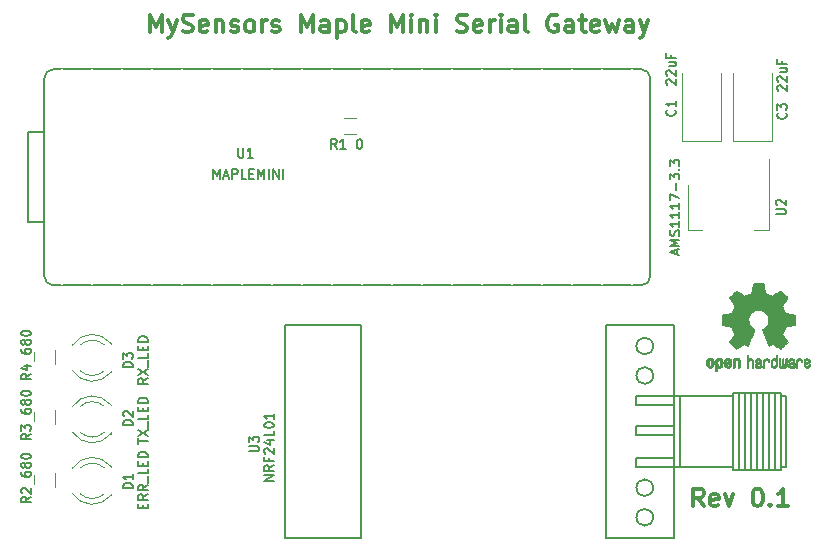
<source format=gto>
G04 #@! TF.GenerationSoftware,KiCad,Pcbnew,no-vcs-found-5f4599f~59~ubuntu16.04.1*
G04 #@! TF.CreationDate,2017-07-19T11:29:47+03:00*
G04 #@! TF.ProjectId,serial_gw_maple_mini,73657269616C5F67775F6D61706C655F,rev?*
G04 #@! TF.SameCoordinates,Original
G04 #@! TF.FileFunction,Legend,Top*
G04 #@! TF.FilePolarity,Positive*
%FSLAX46Y46*%
G04 Gerber Fmt 4.6, Leading zero omitted, Abs format (unit mm)*
G04 Created by KiCad (PCBNEW no-vcs-found-5f4599f~59~ubuntu16.04.1) date Wed Jul 19 11:29:47 2017*
%MOMM*%
%LPD*%
G01*
G04 APERTURE LIST*
%ADD10C,0.300000*%
%ADD11C,0.150000*%
%ADD12C,0.127000*%
%ADD13C,0.010000*%
%ADD14C,0.120000*%
%ADD15O,2.400000X1.800000*%
%ADD16O,1.800000X3.000000*%
%ADD17C,3.600000*%
%ADD18R,2.900000X3.600000*%
%ADD19R,1.600000X1.300000*%
%ADD20R,1.900000X2.400000*%
%ADD21R,4.200000X2.400000*%
%ADD22C,2.200000*%
%ADD23R,2.200000X2.200000*%
%ADD24R,1.700000X1.900000*%
G04 APERTURE END LIST*
D10*
X152192285Y-43604571D02*
X152192285Y-42104571D01*
X152692285Y-43176000D01*
X153192285Y-42104571D01*
X153192285Y-43604571D01*
X153763714Y-42604571D02*
X154120857Y-43604571D01*
X154478000Y-42604571D02*
X154120857Y-43604571D01*
X153978000Y-43961714D01*
X153906571Y-44033142D01*
X153763714Y-44104571D01*
X154978000Y-43533142D02*
X155192285Y-43604571D01*
X155549428Y-43604571D01*
X155692285Y-43533142D01*
X155763714Y-43461714D01*
X155835142Y-43318857D01*
X155835142Y-43176000D01*
X155763714Y-43033142D01*
X155692285Y-42961714D01*
X155549428Y-42890285D01*
X155263714Y-42818857D01*
X155120857Y-42747428D01*
X155049428Y-42676000D01*
X154978000Y-42533142D01*
X154978000Y-42390285D01*
X155049428Y-42247428D01*
X155120857Y-42176000D01*
X155263714Y-42104571D01*
X155620857Y-42104571D01*
X155835142Y-42176000D01*
X157049428Y-43533142D02*
X156906571Y-43604571D01*
X156620857Y-43604571D01*
X156478000Y-43533142D01*
X156406571Y-43390285D01*
X156406571Y-42818857D01*
X156478000Y-42676000D01*
X156620857Y-42604571D01*
X156906571Y-42604571D01*
X157049428Y-42676000D01*
X157120857Y-42818857D01*
X157120857Y-42961714D01*
X156406571Y-43104571D01*
X157763714Y-42604571D02*
X157763714Y-43604571D01*
X157763714Y-42747428D02*
X157835142Y-42676000D01*
X157978000Y-42604571D01*
X158192285Y-42604571D01*
X158335142Y-42676000D01*
X158406571Y-42818857D01*
X158406571Y-43604571D01*
X159049428Y-43533142D02*
X159192285Y-43604571D01*
X159478000Y-43604571D01*
X159620857Y-43533142D01*
X159692285Y-43390285D01*
X159692285Y-43318857D01*
X159620857Y-43176000D01*
X159478000Y-43104571D01*
X159263714Y-43104571D01*
X159120857Y-43033142D01*
X159049428Y-42890285D01*
X159049428Y-42818857D01*
X159120857Y-42676000D01*
X159263714Y-42604571D01*
X159478000Y-42604571D01*
X159620857Y-42676000D01*
X160549428Y-43604571D02*
X160406571Y-43533142D01*
X160335142Y-43461714D01*
X160263714Y-43318857D01*
X160263714Y-42890285D01*
X160335142Y-42747428D01*
X160406571Y-42676000D01*
X160549428Y-42604571D01*
X160763714Y-42604571D01*
X160906571Y-42676000D01*
X160978000Y-42747428D01*
X161049428Y-42890285D01*
X161049428Y-43318857D01*
X160978000Y-43461714D01*
X160906571Y-43533142D01*
X160763714Y-43604571D01*
X160549428Y-43604571D01*
X161692285Y-43604571D02*
X161692285Y-42604571D01*
X161692285Y-42890285D02*
X161763714Y-42747428D01*
X161835142Y-42676000D01*
X161978000Y-42604571D01*
X162120857Y-42604571D01*
X162549428Y-43533142D02*
X162692285Y-43604571D01*
X162978000Y-43604571D01*
X163120857Y-43533142D01*
X163192285Y-43390285D01*
X163192285Y-43318857D01*
X163120857Y-43176000D01*
X162978000Y-43104571D01*
X162763714Y-43104571D01*
X162620857Y-43033142D01*
X162549428Y-42890285D01*
X162549428Y-42818857D01*
X162620857Y-42676000D01*
X162763714Y-42604571D01*
X162978000Y-42604571D01*
X163120857Y-42676000D01*
X164978000Y-43604571D02*
X164978000Y-42104571D01*
X165478000Y-43176000D01*
X165978000Y-42104571D01*
X165978000Y-43604571D01*
X167335142Y-43604571D02*
X167335142Y-42818857D01*
X167263714Y-42676000D01*
X167120857Y-42604571D01*
X166835142Y-42604571D01*
X166692285Y-42676000D01*
X167335142Y-43533142D02*
X167192285Y-43604571D01*
X166835142Y-43604571D01*
X166692285Y-43533142D01*
X166620857Y-43390285D01*
X166620857Y-43247428D01*
X166692285Y-43104571D01*
X166835142Y-43033142D01*
X167192285Y-43033142D01*
X167335142Y-42961714D01*
X168049428Y-42604571D02*
X168049428Y-44104571D01*
X168049428Y-42676000D02*
X168192285Y-42604571D01*
X168478000Y-42604571D01*
X168620857Y-42676000D01*
X168692285Y-42747428D01*
X168763714Y-42890285D01*
X168763714Y-43318857D01*
X168692285Y-43461714D01*
X168620857Y-43533142D01*
X168478000Y-43604571D01*
X168192285Y-43604571D01*
X168049428Y-43533142D01*
X169620857Y-43604571D02*
X169478000Y-43533142D01*
X169406571Y-43390285D01*
X169406571Y-42104571D01*
X170763714Y-43533142D02*
X170620857Y-43604571D01*
X170335142Y-43604571D01*
X170192285Y-43533142D01*
X170120857Y-43390285D01*
X170120857Y-42818857D01*
X170192285Y-42676000D01*
X170335142Y-42604571D01*
X170620857Y-42604571D01*
X170763714Y-42676000D01*
X170835142Y-42818857D01*
X170835142Y-42961714D01*
X170120857Y-43104571D01*
X172620857Y-43604571D02*
X172620857Y-42104571D01*
X173120857Y-43176000D01*
X173620857Y-42104571D01*
X173620857Y-43604571D01*
X174335142Y-43604571D02*
X174335142Y-42604571D01*
X174335142Y-42104571D02*
X174263714Y-42176000D01*
X174335142Y-42247428D01*
X174406571Y-42176000D01*
X174335142Y-42104571D01*
X174335142Y-42247428D01*
X175049428Y-42604571D02*
X175049428Y-43604571D01*
X175049428Y-42747428D02*
X175120857Y-42676000D01*
X175263714Y-42604571D01*
X175478000Y-42604571D01*
X175620857Y-42676000D01*
X175692285Y-42818857D01*
X175692285Y-43604571D01*
X176406571Y-43604571D02*
X176406571Y-42604571D01*
X176406571Y-42104571D02*
X176335142Y-42176000D01*
X176406571Y-42247428D01*
X176478000Y-42176000D01*
X176406571Y-42104571D01*
X176406571Y-42247428D01*
X178192285Y-43533142D02*
X178406571Y-43604571D01*
X178763714Y-43604571D01*
X178906571Y-43533142D01*
X178978000Y-43461714D01*
X179049428Y-43318857D01*
X179049428Y-43176000D01*
X178978000Y-43033142D01*
X178906571Y-42961714D01*
X178763714Y-42890285D01*
X178478000Y-42818857D01*
X178335142Y-42747428D01*
X178263714Y-42676000D01*
X178192285Y-42533142D01*
X178192285Y-42390285D01*
X178263714Y-42247428D01*
X178335142Y-42176000D01*
X178478000Y-42104571D01*
X178835142Y-42104571D01*
X179049428Y-42176000D01*
X180263714Y-43533142D02*
X180120857Y-43604571D01*
X179835142Y-43604571D01*
X179692285Y-43533142D01*
X179620857Y-43390285D01*
X179620857Y-42818857D01*
X179692285Y-42676000D01*
X179835142Y-42604571D01*
X180120857Y-42604571D01*
X180263714Y-42676000D01*
X180335142Y-42818857D01*
X180335142Y-42961714D01*
X179620857Y-43104571D01*
X180978000Y-43604571D02*
X180978000Y-42604571D01*
X180978000Y-42890285D02*
X181049428Y-42747428D01*
X181120857Y-42676000D01*
X181263714Y-42604571D01*
X181406571Y-42604571D01*
X181906571Y-43604571D02*
X181906571Y-42604571D01*
X181906571Y-42104571D02*
X181835142Y-42176000D01*
X181906571Y-42247428D01*
X181978000Y-42176000D01*
X181906571Y-42104571D01*
X181906571Y-42247428D01*
X183263714Y-43604571D02*
X183263714Y-42818857D01*
X183192285Y-42676000D01*
X183049428Y-42604571D01*
X182763714Y-42604571D01*
X182620857Y-42676000D01*
X183263714Y-43533142D02*
X183120857Y-43604571D01*
X182763714Y-43604571D01*
X182620857Y-43533142D01*
X182549428Y-43390285D01*
X182549428Y-43247428D01*
X182620857Y-43104571D01*
X182763714Y-43033142D01*
X183120857Y-43033142D01*
X183263714Y-42961714D01*
X184192285Y-43604571D02*
X184049428Y-43533142D01*
X183978000Y-43390285D01*
X183978000Y-42104571D01*
X186692285Y-42176000D02*
X186549428Y-42104571D01*
X186335142Y-42104571D01*
X186120857Y-42176000D01*
X185978000Y-42318857D01*
X185906571Y-42461714D01*
X185835142Y-42747428D01*
X185835142Y-42961714D01*
X185906571Y-43247428D01*
X185978000Y-43390285D01*
X186120857Y-43533142D01*
X186335142Y-43604571D01*
X186478000Y-43604571D01*
X186692285Y-43533142D01*
X186763714Y-43461714D01*
X186763714Y-42961714D01*
X186478000Y-42961714D01*
X188049428Y-43604571D02*
X188049428Y-42818857D01*
X187978000Y-42676000D01*
X187835142Y-42604571D01*
X187549428Y-42604571D01*
X187406571Y-42676000D01*
X188049428Y-43533142D02*
X187906571Y-43604571D01*
X187549428Y-43604571D01*
X187406571Y-43533142D01*
X187335142Y-43390285D01*
X187335142Y-43247428D01*
X187406571Y-43104571D01*
X187549428Y-43033142D01*
X187906571Y-43033142D01*
X188049428Y-42961714D01*
X188549428Y-42604571D02*
X189120857Y-42604571D01*
X188763714Y-42104571D02*
X188763714Y-43390285D01*
X188835142Y-43533142D01*
X188978000Y-43604571D01*
X189120857Y-43604571D01*
X190192285Y-43533142D02*
X190049428Y-43604571D01*
X189763714Y-43604571D01*
X189620857Y-43533142D01*
X189549428Y-43390285D01*
X189549428Y-42818857D01*
X189620857Y-42676000D01*
X189763714Y-42604571D01*
X190049428Y-42604571D01*
X190192285Y-42676000D01*
X190263714Y-42818857D01*
X190263714Y-42961714D01*
X189549428Y-43104571D01*
X190763714Y-42604571D02*
X191049428Y-43604571D01*
X191335142Y-42890285D01*
X191620857Y-43604571D01*
X191906571Y-42604571D01*
X193120857Y-43604571D02*
X193120857Y-42818857D01*
X193049428Y-42676000D01*
X192906571Y-42604571D01*
X192620857Y-42604571D01*
X192478000Y-42676000D01*
X193120857Y-43533142D02*
X192978000Y-43604571D01*
X192620857Y-43604571D01*
X192478000Y-43533142D01*
X192406571Y-43390285D01*
X192406571Y-43247428D01*
X192478000Y-43104571D01*
X192620857Y-43033142D01*
X192978000Y-43033142D01*
X193120857Y-42961714D01*
X193692285Y-42604571D02*
X194049428Y-43604571D01*
X194406571Y-42604571D02*
X194049428Y-43604571D01*
X193906571Y-43961714D01*
X193835142Y-44033142D01*
X193692285Y-44104571D01*
X199076857Y-83736571D02*
X198576857Y-83022285D01*
X198219714Y-83736571D02*
X198219714Y-82236571D01*
X198791142Y-82236571D01*
X198934000Y-82308000D01*
X199005428Y-82379428D01*
X199076857Y-82522285D01*
X199076857Y-82736571D01*
X199005428Y-82879428D01*
X198934000Y-82950857D01*
X198791142Y-83022285D01*
X198219714Y-83022285D01*
X200291142Y-83665142D02*
X200148285Y-83736571D01*
X199862571Y-83736571D01*
X199719714Y-83665142D01*
X199648285Y-83522285D01*
X199648285Y-82950857D01*
X199719714Y-82808000D01*
X199862571Y-82736571D01*
X200148285Y-82736571D01*
X200291142Y-82808000D01*
X200362571Y-82950857D01*
X200362571Y-83093714D01*
X199648285Y-83236571D01*
X200862571Y-82736571D02*
X201219714Y-83736571D01*
X201576857Y-82736571D01*
X203576857Y-82236571D02*
X203719714Y-82236571D01*
X203862571Y-82308000D01*
X203934000Y-82379428D01*
X204005428Y-82522285D01*
X204076857Y-82808000D01*
X204076857Y-83165142D01*
X204005428Y-83450857D01*
X203934000Y-83593714D01*
X203862571Y-83665142D01*
X203719714Y-83736571D01*
X203576857Y-83736571D01*
X203434000Y-83665142D01*
X203362571Y-83593714D01*
X203291142Y-83450857D01*
X203219714Y-83165142D01*
X203219714Y-82808000D01*
X203291142Y-82522285D01*
X203362571Y-82379428D01*
X203434000Y-82308000D01*
X203576857Y-82236571D01*
X204719714Y-83593714D02*
X204791142Y-83665142D01*
X204719714Y-83736571D01*
X204648285Y-83665142D01*
X204719714Y-83593714D01*
X204719714Y-83736571D01*
X206219714Y-83736571D02*
X205362571Y-83736571D01*
X205791142Y-83736571D02*
X205791142Y-82236571D01*
X205648285Y-82450857D01*
X205505428Y-82593714D01*
X205362571Y-82665142D01*
D11*
X163595000Y-68420000D02*
X163595000Y-86420000D01*
X163595000Y-86420000D02*
X170095000Y-86420000D01*
X196595000Y-86420000D02*
X196595000Y-68420000D01*
X170099805Y-68420000D02*
X163595000Y-68420000D01*
X190845000Y-69420000D02*
X190845000Y-85420000D01*
X170095000Y-85420000D02*
X170095000Y-69420000D01*
X193341213Y-74420000D02*
X201595000Y-74420000D01*
X206095000Y-74420000D02*
X206095000Y-80420000D01*
X201595000Y-80420000D02*
X193345000Y-80420000D01*
X197095000Y-74420000D02*
X197095000Y-80420000D01*
X201595000Y-74170000D02*
X201595000Y-80670000D01*
X202095000Y-74170000D02*
X202095000Y-80670000D01*
X202595000Y-74170000D02*
X202595000Y-80670000D01*
X203095000Y-74170000D02*
X203095000Y-80670000D01*
X203595000Y-74170000D02*
X203595000Y-80670000D01*
X204095000Y-74170000D02*
X204095000Y-80670000D01*
X204595000Y-74170000D02*
X204595000Y-80670000D01*
X205095000Y-74170000D02*
X205095000Y-80670000D01*
X201595000Y-74170000D02*
X205595000Y-74170000D01*
X205595000Y-74420000D02*
X206095000Y-74420000D01*
X201595000Y-80670000D02*
X205595000Y-80670000D01*
X205595000Y-80420000D02*
X206095000Y-80420000D01*
X205595000Y-74170000D02*
X205595000Y-80670000D01*
X194802107Y-70170000D02*
G75*
G03X194802107Y-70170000I-707107J0D01*
G01*
X194802107Y-72670000D02*
G75*
G03X194802107Y-72670000I-707107J0D01*
G01*
X194802107Y-82170000D02*
G75*
G03X194802107Y-82170000I-707107J0D01*
G01*
X194802107Y-84670000D02*
G75*
G03X194802107Y-84670000I-707107J0D01*
G01*
X193341213Y-75170000D02*
X196595000Y-75170000D01*
X193341213Y-79670000D02*
X196595000Y-79670000D01*
X193341213Y-76920000D02*
X196595000Y-76920000D01*
X193341213Y-77670000D02*
X196595000Y-77670000D01*
X193345000Y-74420000D02*
X193345000Y-75170000D01*
X193345000Y-76920000D02*
X193345000Y-77670000D01*
X193345000Y-79670000D02*
X193345000Y-80420000D01*
X170095000Y-85420000D02*
X170095000Y-86420000D01*
X170095000Y-68420000D02*
X170095000Y-69420000D01*
X196595000Y-68420000D02*
X190845000Y-68420000D01*
X190845000Y-68420000D02*
X190845000Y-69420000D01*
X190845000Y-86420000D02*
X190845000Y-85420000D01*
X196595000Y-86420000D02*
X190845000Y-86420000D01*
D12*
X141859000Y-59690000D02*
X143256000Y-59690000D01*
X141859000Y-52070000D02*
X141859000Y-59690000D01*
X143256000Y-52070000D02*
X141859000Y-52070000D01*
X143256000Y-64262000D02*
G75*
G03X144018000Y-65024000I762000J0D01*
G01*
X143256000Y-47498000D02*
X143256000Y-64262000D01*
X144018000Y-46736000D02*
G75*
G03X143256000Y-47498000I0J-762000D01*
G01*
X193802000Y-46736000D02*
G75*
G02X194564000Y-47498000I0J-762000D01*
G01*
X193802000Y-65024000D02*
G75*
G03X194564000Y-64262000I0J762000D01*
G01*
X194564000Y-64262000D02*
X194564000Y-47498000D01*
X193802000Y-65024000D02*
X144018000Y-65024000D01*
X144018000Y-46736000D02*
X193802000Y-46736000D01*
D13*
G36*
X200476886Y-71164505D02*
X200551539Y-71201727D01*
X200617431Y-71270261D01*
X200635577Y-71295648D01*
X200655345Y-71328866D01*
X200668172Y-71364945D01*
X200675510Y-71413098D01*
X200678813Y-71482536D01*
X200679538Y-71574206D01*
X200676263Y-71699830D01*
X200664877Y-71794154D01*
X200643041Y-71864523D01*
X200608419Y-71918286D01*
X200558670Y-71962788D01*
X200555014Y-71965423D01*
X200505985Y-71992377D01*
X200446945Y-72005712D01*
X200371859Y-72009000D01*
X200249795Y-72009000D01*
X200249744Y-72127497D01*
X200248608Y-72193492D01*
X200241686Y-72232202D01*
X200223598Y-72255419D01*
X200188962Y-72274933D01*
X200180645Y-72278920D01*
X200141720Y-72297603D01*
X200111583Y-72309403D01*
X200089174Y-72310422D01*
X200073433Y-72296761D01*
X200063302Y-72264522D01*
X200057723Y-72209804D01*
X200055635Y-72128711D01*
X200055981Y-72017344D01*
X200057700Y-71871802D01*
X200058237Y-71828269D01*
X200060172Y-71678205D01*
X200061904Y-71580042D01*
X200249692Y-71580042D01*
X200250748Y-71663364D01*
X200255438Y-71717880D01*
X200266051Y-71753837D01*
X200284872Y-71781482D01*
X200297650Y-71794965D01*
X200349890Y-71834417D01*
X200396142Y-71837628D01*
X200443867Y-71805049D01*
X200445077Y-71803846D01*
X200464494Y-71778668D01*
X200476307Y-71744447D01*
X200482265Y-71691748D01*
X200484120Y-71611131D01*
X200484154Y-71593271D01*
X200479670Y-71482175D01*
X200465074Y-71405161D01*
X200438650Y-71358147D01*
X200398683Y-71337050D01*
X200375584Y-71334923D01*
X200320762Y-71344900D01*
X200283158Y-71377752D01*
X200260523Y-71437857D01*
X200250606Y-71529598D01*
X200249692Y-71580042D01*
X200061904Y-71580042D01*
X200062222Y-71562060D01*
X200064873Y-71474679D01*
X200068606Y-71410905D01*
X200073907Y-71365582D01*
X200081258Y-71333555D01*
X200091143Y-71309668D01*
X200104046Y-71288764D01*
X200109579Y-71280898D01*
X200182969Y-71206595D01*
X200275760Y-71164467D01*
X200383096Y-71152722D01*
X200476886Y-71164505D01*
X200476886Y-71164505D01*
G37*
X200476886Y-71164505D02*
X200551539Y-71201727D01*
X200617431Y-71270261D01*
X200635577Y-71295648D01*
X200655345Y-71328866D01*
X200668172Y-71364945D01*
X200675510Y-71413098D01*
X200678813Y-71482536D01*
X200679538Y-71574206D01*
X200676263Y-71699830D01*
X200664877Y-71794154D01*
X200643041Y-71864523D01*
X200608419Y-71918286D01*
X200558670Y-71962788D01*
X200555014Y-71965423D01*
X200505985Y-71992377D01*
X200446945Y-72005712D01*
X200371859Y-72009000D01*
X200249795Y-72009000D01*
X200249744Y-72127497D01*
X200248608Y-72193492D01*
X200241686Y-72232202D01*
X200223598Y-72255419D01*
X200188962Y-72274933D01*
X200180645Y-72278920D01*
X200141720Y-72297603D01*
X200111583Y-72309403D01*
X200089174Y-72310422D01*
X200073433Y-72296761D01*
X200063302Y-72264522D01*
X200057723Y-72209804D01*
X200055635Y-72128711D01*
X200055981Y-72017344D01*
X200057700Y-71871802D01*
X200058237Y-71828269D01*
X200060172Y-71678205D01*
X200061904Y-71580042D01*
X200249692Y-71580042D01*
X200250748Y-71663364D01*
X200255438Y-71717880D01*
X200266051Y-71753837D01*
X200284872Y-71781482D01*
X200297650Y-71794965D01*
X200349890Y-71834417D01*
X200396142Y-71837628D01*
X200443867Y-71805049D01*
X200445077Y-71803846D01*
X200464494Y-71778668D01*
X200476307Y-71744447D01*
X200482265Y-71691748D01*
X200484120Y-71611131D01*
X200484154Y-71593271D01*
X200479670Y-71482175D01*
X200465074Y-71405161D01*
X200438650Y-71358147D01*
X200398683Y-71337050D01*
X200375584Y-71334923D01*
X200320762Y-71344900D01*
X200283158Y-71377752D01*
X200260523Y-71437857D01*
X200250606Y-71529598D01*
X200249692Y-71580042D01*
X200061904Y-71580042D01*
X200062222Y-71562060D01*
X200064873Y-71474679D01*
X200068606Y-71410905D01*
X200073907Y-71365582D01*
X200081258Y-71333555D01*
X200091143Y-71309668D01*
X200104046Y-71288764D01*
X200109579Y-71280898D01*
X200182969Y-71206595D01*
X200275760Y-71164467D01*
X200383096Y-71152722D01*
X200476886Y-71164505D01*
G36*
X201979664Y-71175089D02*
X202042367Y-71211358D01*
X202085961Y-71247358D01*
X202117845Y-71285075D01*
X202139810Y-71331199D01*
X202153649Y-71392421D01*
X202161153Y-71475431D01*
X202164117Y-71586919D01*
X202164461Y-71667062D01*
X202164461Y-71962065D01*
X201998385Y-72036515D01*
X201988615Y-71713402D01*
X201984579Y-71592729D01*
X201980344Y-71505141D01*
X201975097Y-71444650D01*
X201968025Y-71405268D01*
X201958311Y-71381007D01*
X201945144Y-71365880D01*
X201940919Y-71362606D01*
X201876909Y-71337034D01*
X201812208Y-71347153D01*
X201773692Y-71374000D01*
X201758025Y-71393024D01*
X201747180Y-71417988D01*
X201740288Y-71455834D01*
X201736479Y-71513502D01*
X201734883Y-71597935D01*
X201734615Y-71685928D01*
X201734563Y-71796323D01*
X201732672Y-71874463D01*
X201726345Y-71927165D01*
X201712983Y-71961242D01*
X201689985Y-71983511D01*
X201654754Y-72000787D01*
X201607697Y-72018738D01*
X201556303Y-72038278D01*
X201562421Y-71691485D01*
X201564884Y-71566468D01*
X201567767Y-71474082D01*
X201571898Y-71407881D01*
X201578107Y-71361420D01*
X201587226Y-71328256D01*
X201600083Y-71301944D01*
X201615584Y-71278729D01*
X201690371Y-71204569D01*
X201781628Y-71161684D01*
X201880883Y-71151412D01*
X201979664Y-71175089D01*
X201979664Y-71175089D01*
G37*
X201979664Y-71175089D02*
X202042367Y-71211358D01*
X202085961Y-71247358D01*
X202117845Y-71285075D01*
X202139810Y-71331199D01*
X202153649Y-71392421D01*
X202161153Y-71475431D01*
X202164117Y-71586919D01*
X202164461Y-71667062D01*
X202164461Y-71962065D01*
X201998385Y-72036515D01*
X201988615Y-71713402D01*
X201984579Y-71592729D01*
X201980344Y-71505141D01*
X201975097Y-71444650D01*
X201968025Y-71405268D01*
X201958311Y-71381007D01*
X201945144Y-71365880D01*
X201940919Y-71362606D01*
X201876909Y-71337034D01*
X201812208Y-71347153D01*
X201773692Y-71374000D01*
X201758025Y-71393024D01*
X201747180Y-71417988D01*
X201740288Y-71455834D01*
X201736479Y-71513502D01*
X201734883Y-71597935D01*
X201734615Y-71685928D01*
X201734563Y-71796323D01*
X201732672Y-71874463D01*
X201726345Y-71927165D01*
X201712983Y-71961242D01*
X201689985Y-71983511D01*
X201654754Y-72000787D01*
X201607697Y-72018738D01*
X201556303Y-72038278D01*
X201562421Y-71691485D01*
X201564884Y-71566468D01*
X201567767Y-71474082D01*
X201571898Y-71407881D01*
X201578107Y-71361420D01*
X201587226Y-71328256D01*
X201600083Y-71301944D01*
X201615584Y-71278729D01*
X201690371Y-71204569D01*
X201781628Y-71161684D01*
X201880883Y-71151412D01*
X201979664Y-71175089D01*
G36*
X199724886Y-71167256D02*
X199816464Y-71215409D01*
X199884049Y-71292905D01*
X199908057Y-71342727D01*
X199926738Y-71417533D01*
X199936301Y-71512052D01*
X199937208Y-71615210D01*
X199929921Y-71715935D01*
X199914903Y-71803153D01*
X199892615Y-71865791D01*
X199885765Y-71876579D01*
X199804632Y-71957105D01*
X199708266Y-72005336D01*
X199603701Y-72019450D01*
X199497968Y-71997629D01*
X199468543Y-71984547D01*
X199411241Y-71944231D01*
X199360950Y-71890775D01*
X199356197Y-71883995D01*
X199336878Y-71851321D01*
X199324108Y-71816394D01*
X199316564Y-71770414D01*
X199312924Y-71704584D01*
X199311865Y-71610105D01*
X199311846Y-71588923D01*
X199311894Y-71582182D01*
X199507231Y-71582182D01*
X199508368Y-71671349D01*
X199512841Y-71730520D01*
X199522246Y-71768741D01*
X199538176Y-71795053D01*
X199546308Y-71803846D01*
X199593058Y-71837261D01*
X199638447Y-71835737D01*
X199684340Y-71806752D01*
X199711712Y-71775809D01*
X199727923Y-71730643D01*
X199737026Y-71659420D01*
X199737651Y-71651114D01*
X199739204Y-71522037D01*
X199722965Y-71426172D01*
X199689152Y-71364107D01*
X199637984Y-71336432D01*
X199619720Y-71334923D01*
X199571760Y-71342513D01*
X199538953Y-71368808D01*
X199518895Y-71419095D01*
X199509178Y-71498664D01*
X199507231Y-71582182D01*
X199311894Y-71582182D01*
X199312574Y-71488249D01*
X199315629Y-71417906D01*
X199322322Y-71369163D01*
X199333960Y-71333288D01*
X199351853Y-71301548D01*
X199355808Y-71295648D01*
X199422267Y-71216104D01*
X199494685Y-71169929D01*
X199582849Y-71151599D01*
X199612787Y-71150703D01*
X199724886Y-71167256D01*
X199724886Y-71167256D01*
G37*
X199724886Y-71167256D02*
X199816464Y-71215409D01*
X199884049Y-71292905D01*
X199908057Y-71342727D01*
X199926738Y-71417533D01*
X199936301Y-71512052D01*
X199937208Y-71615210D01*
X199929921Y-71715935D01*
X199914903Y-71803153D01*
X199892615Y-71865791D01*
X199885765Y-71876579D01*
X199804632Y-71957105D01*
X199708266Y-72005336D01*
X199603701Y-72019450D01*
X199497968Y-71997629D01*
X199468543Y-71984547D01*
X199411241Y-71944231D01*
X199360950Y-71890775D01*
X199356197Y-71883995D01*
X199336878Y-71851321D01*
X199324108Y-71816394D01*
X199316564Y-71770414D01*
X199312924Y-71704584D01*
X199311865Y-71610105D01*
X199311846Y-71588923D01*
X199311894Y-71582182D01*
X199507231Y-71582182D01*
X199508368Y-71671349D01*
X199512841Y-71730520D01*
X199522246Y-71768741D01*
X199538176Y-71795053D01*
X199546308Y-71803846D01*
X199593058Y-71837261D01*
X199638447Y-71835737D01*
X199684340Y-71806752D01*
X199711712Y-71775809D01*
X199727923Y-71730643D01*
X199737026Y-71659420D01*
X199737651Y-71651114D01*
X199739204Y-71522037D01*
X199722965Y-71426172D01*
X199689152Y-71364107D01*
X199637984Y-71336432D01*
X199619720Y-71334923D01*
X199571760Y-71342513D01*
X199538953Y-71368808D01*
X199518895Y-71419095D01*
X199509178Y-71498664D01*
X199507231Y-71582182D01*
X199311894Y-71582182D01*
X199312574Y-71488249D01*
X199315629Y-71417906D01*
X199322322Y-71369163D01*
X199333960Y-71333288D01*
X199351853Y-71301548D01*
X199355808Y-71295648D01*
X199422267Y-71216104D01*
X199494685Y-71169929D01*
X199582849Y-71151599D01*
X199612787Y-71150703D01*
X199724886Y-71167256D01*
G36*
X201242254Y-71179745D02*
X201319286Y-71231567D01*
X201378816Y-71306412D01*
X201414378Y-71401654D01*
X201421571Y-71471756D01*
X201420754Y-71501009D01*
X201413914Y-71523407D01*
X201395112Y-71543474D01*
X201358408Y-71565733D01*
X201297862Y-71594709D01*
X201207534Y-71634927D01*
X201207077Y-71635129D01*
X201123933Y-71673210D01*
X201055753Y-71707025D01*
X201009505Y-71732933D01*
X200992158Y-71747295D01*
X200992154Y-71747411D01*
X201007443Y-71778685D01*
X201043196Y-71813157D01*
X201084242Y-71837990D01*
X201105037Y-71842923D01*
X201161770Y-71825862D01*
X201210627Y-71783133D01*
X201234465Y-71736155D01*
X201257397Y-71701522D01*
X201302318Y-71662081D01*
X201355123Y-71628009D01*
X201401710Y-71609480D01*
X201411452Y-71608462D01*
X201422418Y-71625215D01*
X201423079Y-71668039D01*
X201415020Y-71725781D01*
X201399827Y-71787289D01*
X201379086Y-71841409D01*
X201378038Y-71843510D01*
X201315621Y-71930660D01*
X201234726Y-71989939D01*
X201142856Y-72019034D01*
X201047513Y-72015634D01*
X200956198Y-71977428D01*
X200952138Y-71974741D01*
X200880306Y-71909642D01*
X200833073Y-71824705D01*
X200806934Y-71713021D01*
X200803426Y-71681643D01*
X200797213Y-71533536D01*
X200804661Y-71464468D01*
X200992154Y-71464468D01*
X200994590Y-71507552D01*
X201007914Y-71520126D01*
X201041132Y-71510719D01*
X201093494Y-71488483D01*
X201152024Y-71460610D01*
X201153479Y-71459872D01*
X201203089Y-71433777D01*
X201223000Y-71416363D01*
X201218090Y-71398107D01*
X201197416Y-71374120D01*
X201144819Y-71339406D01*
X201088177Y-71336856D01*
X201037369Y-71362119D01*
X201002276Y-71410847D01*
X200992154Y-71464468D01*
X200804661Y-71464468D01*
X200809992Y-71415036D01*
X200842778Y-71321055D01*
X200888421Y-71255215D01*
X200970802Y-71188681D01*
X201061546Y-71155676D01*
X201154185Y-71153573D01*
X201242254Y-71179745D01*
X201242254Y-71179745D01*
G37*
X201242254Y-71179745D02*
X201319286Y-71231567D01*
X201378816Y-71306412D01*
X201414378Y-71401654D01*
X201421571Y-71471756D01*
X201420754Y-71501009D01*
X201413914Y-71523407D01*
X201395112Y-71543474D01*
X201358408Y-71565733D01*
X201297862Y-71594709D01*
X201207534Y-71634927D01*
X201207077Y-71635129D01*
X201123933Y-71673210D01*
X201055753Y-71707025D01*
X201009505Y-71732933D01*
X200992158Y-71747295D01*
X200992154Y-71747411D01*
X201007443Y-71778685D01*
X201043196Y-71813157D01*
X201084242Y-71837990D01*
X201105037Y-71842923D01*
X201161770Y-71825862D01*
X201210627Y-71783133D01*
X201234465Y-71736155D01*
X201257397Y-71701522D01*
X201302318Y-71662081D01*
X201355123Y-71628009D01*
X201401710Y-71609480D01*
X201411452Y-71608462D01*
X201422418Y-71625215D01*
X201423079Y-71668039D01*
X201415020Y-71725781D01*
X201399827Y-71787289D01*
X201379086Y-71841409D01*
X201378038Y-71843510D01*
X201315621Y-71930660D01*
X201234726Y-71989939D01*
X201142856Y-72019034D01*
X201047513Y-72015634D01*
X200956198Y-71977428D01*
X200952138Y-71974741D01*
X200880306Y-71909642D01*
X200833073Y-71824705D01*
X200806934Y-71713021D01*
X200803426Y-71681643D01*
X200797213Y-71533536D01*
X200804661Y-71464468D01*
X200992154Y-71464468D01*
X200994590Y-71507552D01*
X201007914Y-71520126D01*
X201041132Y-71510719D01*
X201093494Y-71488483D01*
X201152024Y-71460610D01*
X201153479Y-71459872D01*
X201203089Y-71433777D01*
X201223000Y-71416363D01*
X201218090Y-71398107D01*
X201197416Y-71374120D01*
X201144819Y-71339406D01*
X201088177Y-71336856D01*
X201037369Y-71362119D01*
X201002276Y-71410847D01*
X200992154Y-71464468D01*
X200804661Y-71464468D01*
X200809992Y-71415036D01*
X200842778Y-71321055D01*
X200888421Y-71255215D01*
X200970802Y-71188681D01*
X201061546Y-71155676D01*
X201154185Y-71153573D01*
X201242254Y-71179745D01*
G36*
X202867846Y-71072120D02*
X202873572Y-71151980D01*
X202880149Y-71199039D01*
X202889262Y-71219566D01*
X202902598Y-71219829D01*
X202906923Y-71217378D01*
X202964444Y-71199636D01*
X203039268Y-71200672D01*
X203115339Y-71218910D01*
X203162918Y-71242505D01*
X203211702Y-71280198D01*
X203247364Y-71322855D01*
X203271845Y-71377057D01*
X203287087Y-71449384D01*
X203295030Y-71546419D01*
X203297616Y-71674742D01*
X203297662Y-71699358D01*
X203297692Y-71975870D01*
X203236161Y-71997320D01*
X203192459Y-72011912D01*
X203168482Y-72018706D01*
X203167777Y-72018769D01*
X203165415Y-72000345D01*
X203163406Y-71949526D01*
X203161901Y-71872993D01*
X203161053Y-71777430D01*
X203160923Y-71719329D01*
X203160651Y-71604771D01*
X203159252Y-71522667D01*
X203155849Y-71466393D01*
X203149567Y-71429326D01*
X203139529Y-71404844D01*
X203124861Y-71386325D01*
X203115702Y-71377406D01*
X203052789Y-71341466D01*
X202984136Y-71338775D01*
X202921848Y-71369170D01*
X202910329Y-71380144D01*
X202893433Y-71400779D01*
X202881714Y-71425256D01*
X202874233Y-71460647D01*
X202870054Y-71514026D01*
X202868237Y-71592466D01*
X202867846Y-71700617D01*
X202867846Y-71975870D01*
X202806315Y-71997320D01*
X202762613Y-72011912D01*
X202738636Y-72018706D01*
X202737930Y-72018769D01*
X202736126Y-72000069D01*
X202734500Y-71947322D01*
X202733117Y-71865557D01*
X202732042Y-71759805D01*
X202731340Y-71635094D01*
X202731077Y-71496455D01*
X202731077Y-70961806D01*
X202858077Y-70908236D01*
X202867846Y-71072120D01*
X202867846Y-71072120D01*
G37*
X202867846Y-71072120D02*
X202873572Y-71151980D01*
X202880149Y-71199039D01*
X202889262Y-71219566D01*
X202902598Y-71219829D01*
X202906923Y-71217378D01*
X202964444Y-71199636D01*
X203039268Y-71200672D01*
X203115339Y-71218910D01*
X203162918Y-71242505D01*
X203211702Y-71280198D01*
X203247364Y-71322855D01*
X203271845Y-71377057D01*
X203287087Y-71449384D01*
X203295030Y-71546419D01*
X203297616Y-71674742D01*
X203297662Y-71699358D01*
X203297692Y-71975870D01*
X203236161Y-71997320D01*
X203192459Y-72011912D01*
X203168482Y-72018706D01*
X203167777Y-72018769D01*
X203165415Y-72000345D01*
X203163406Y-71949526D01*
X203161901Y-71872993D01*
X203161053Y-71777430D01*
X203160923Y-71719329D01*
X203160651Y-71604771D01*
X203159252Y-71522667D01*
X203155849Y-71466393D01*
X203149567Y-71429326D01*
X203139529Y-71404844D01*
X203124861Y-71386325D01*
X203115702Y-71377406D01*
X203052789Y-71341466D01*
X202984136Y-71338775D01*
X202921848Y-71369170D01*
X202910329Y-71380144D01*
X202893433Y-71400779D01*
X202881714Y-71425256D01*
X202874233Y-71460647D01*
X202870054Y-71514026D01*
X202868237Y-71592466D01*
X202867846Y-71700617D01*
X202867846Y-71975870D01*
X202806315Y-71997320D01*
X202762613Y-72011912D01*
X202738636Y-72018706D01*
X202737930Y-72018769D01*
X202736126Y-72000069D01*
X202734500Y-71947322D01*
X202733117Y-71865557D01*
X202732042Y-71759805D01*
X202731340Y-71635094D01*
X202731077Y-71496455D01*
X202731077Y-70961806D01*
X202858077Y-70908236D01*
X202867846Y-71072120D01*
G36*
X203761501Y-71206303D02*
X203838060Y-71234733D01*
X203838936Y-71235279D01*
X203886285Y-71270127D01*
X203921241Y-71310852D01*
X203945825Y-71363925D01*
X203962062Y-71435814D01*
X203971975Y-71532992D01*
X203977586Y-71661928D01*
X203978077Y-71680298D01*
X203985141Y-71957287D01*
X203925695Y-71988028D01*
X203882681Y-72008802D01*
X203856710Y-72018646D01*
X203855509Y-72018769D01*
X203851014Y-72000606D01*
X203847444Y-71951612D01*
X203845248Y-71880031D01*
X203844769Y-71822068D01*
X203844758Y-71728170D01*
X203840466Y-71669203D01*
X203825503Y-71641079D01*
X203793482Y-71639706D01*
X203738014Y-71660998D01*
X203654269Y-71700136D01*
X203592689Y-71732643D01*
X203561017Y-71760845D01*
X203551706Y-71791582D01*
X203551692Y-71793104D01*
X203567057Y-71846054D01*
X203612547Y-71874660D01*
X203682166Y-71878803D01*
X203732313Y-71878084D01*
X203758754Y-71892527D01*
X203775243Y-71927218D01*
X203784733Y-71971416D01*
X203771057Y-71996493D01*
X203765907Y-72000082D01*
X203717425Y-72014496D01*
X203649531Y-72016537D01*
X203579612Y-72006983D01*
X203530068Y-71989522D01*
X203461570Y-71931364D01*
X203422634Y-71850408D01*
X203414923Y-71787160D01*
X203420807Y-71730111D01*
X203442101Y-71683542D01*
X203484265Y-71642181D01*
X203552759Y-71600755D01*
X203653044Y-71553993D01*
X203659154Y-71551350D01*
X203749490Y-71509617D01*
X203805235Y-71475391D01*
X203829129Y-71444635D01*
X203823913Y-71413311D01*
X203792328Y-71377383D01*
X203782883Y-71369116D01*
X203719617Y-71337058D01*
X203654064Y-71338407D01*
X203596972Y-71369838D01*
X203559093Y-71428024D01*
X203555574Y-71439446D01*
X203521300Y-71494837D01*
X203477809Y-71521518D01*
X203414923Y-71547960D01*
X203414923Y-71479548D01*
X203434052Y-71380110D01*
X203490831Y-71288902D01*
X203520378Y-71258389D01*
X203587542Y-71219228D01*
X203672956Y-71201500D01*
X203761501Y-71206303D01*
X203761501Y-71206303D01*
G37*
X203761501Y-71206303D02*
X203838060Y-71234733D01*
X203838936Y-71235279D01*
X203886285Y-71270127D01*
X203921241Y-71310852D01*
X203945825Y-71363925D01*
X203962062Y-71435814D01*
X203971975Y-71532992D01*
X203977586Y-71661928D01*
X203978077Y-71680298D01*
X203985141Y-71957287D01*
X203925695Y-71988028D01*
X203882681Y-72008802D01*
X203856710Y-72018646D01*
X203855509Y-72018769D01*
X203851014Y-72000606D01*
X203847444Y-71951612D01*
X203845248Y-71880031D01*
X203844769Y-71822068D01*
X203844758Y-71728170D01*
X203840466Y-71669203D01*
X203825503Y-71641079D01*
X203793482Y-71639706D01*
X203738014Y-71660998D01*
X203654269Y-71700136D01*
X203592689Y-71732643D01*
X203561017Y-71760845D01*
X203551706Y-71791582D01*
X203551692Y-71793104D01*
X203567057Y-71846054D01*
X203612547Y-71874660D01*
X203682166Y-71878803D01*
X203732313Y-71878084D01*
X203758754Y-71892527D01*
X203775243Y-71927218D01*
X203784733Y-71971416D01*
X203771057Y-71996493D01*
X203765907Y-72000082D01*
X203717425Y-72014496D01*
X203649531Y-72016537D01*
X203579612Y-72006983D01*
X203530068Y-71989522D01*
X203461570Y-71931364D01*
X203422634Y-71850408D01*
X203414923Y-71787160D01*
X203420807Y-71730111D01*
X203442101Y-71683542D01*
X203484265Y-71642181D01*
X203552759Y-71600755D01*
X203653044Y-71553993D01*
X203659154Y-71551350D01*
X203749490Y-71509617D01*
X203805235Y-71475391D01*
X203829129Y-71444635D01*
X203823913Y-71413311D01*
X203792328Y-71377383D01*
X203782883Y-71369116D01*
X203719617Y-71337058D01*
X203654064Y-71338407D01*
X203596972Y-71369838D01*
X203559093Y-71428024D01*
X203555574Y-71439446D01*
X203521300Y-71494837D01*
X203477809Y-71521518D01*
X203414923Y-71547960D01*
X203414923Y-71479548D01*
X203434052Y-71380110D01*
X203490831Y-71288902D01*
X203520378Y-71258389D01*
X203587542Y-71219228D01*
X203672956Y-71201500D01*
X203761501Y-71206303D01*
G36*
X204421362Y-71204670D02*
X204510117Y-71237421D01*
X204582022Y-71295350D01*
X204610144Y-71336128D01*
X204640802Y-71410954D01*
X204640165Y-71465058D01*
X204607987Y-71501446D01*
X204596081Y-71507633D01*
X204544675Y-71526925D01*
X204518422Y-71521982D01*
X204509530Y-71489587D01*
X204509077Y-71471692D01*
X204492797Y-71405859D01*
X204450365Y-71359807D01*
X204391388Y-71337564D01*
X204325475Y-71343161D01*
X204271895Y-71372229D01*
X204253798Y-71388810D01*
X204240971Y-71408925D01*
X204232306Y-71439332D01*
X204226696Y-71486788D01*
X204223035Y-71558050D01*
X204220215Y-71659875D01*
X204219484Y-71692115D01*
X204216820Y-71802410D01*
X204213792Y-71880036D01*
X204209250Y-71931396D01*
X204202046Y-71962890D01*
X204191033Y-71980920D01*
X204175060Y-71991888D01*
X204164834Y-71996733D01*
X204121406Y-72013301D01*
X204095842Y-72018769D01*
X204087395Y-72000507D01*
X204082239Y-71945296D01*
X204080346Y-71852499D01*
X204081689Y-71721478D01*
X204082107Y-71701269D01*
X204085058Y-71581733D01*
X204088548Y-71494449D01*
X204093514Y-71432591D01*
X204100893Y-71389336D01*
X204111624Y-71357860D01*
X204126645Y-71331339D01*
X204134502Y-71319975D01*
X204179553Y-71269692D01*
X204229940Y-71230581D01*
X204236108Y-71227167D01*
X204326458Y-71200212D01*
X204421362Y-71204670D01*
X204421362Y-71204670D01*
G37*
X204421362Y-71204670D02*
X204510117Y-71237421D01*
X204582022Y-71295350D01*
X204610144Y-71336128D01*
X204640802Y-71410954D01*
X204640165Y-71465058D01*
X204607987Y-71501446D01*
X204596081Y-71507633D01*
X204544675Y-71526925D01*
X204518422Y-71521982D01*
X204509530Y-71489587D01*
X204509077Y-71471692D01*
X204492797Y-71405859D01*
X204450365Y-71359807D01*
X204391388Y-71337564D01*
X204325475Y-71343161D01*
X204271895Y-71372229D01*
X204253798Y-71388810D01*
X204240971Y-71408925D01*
X204232306Y-71439332D01*
X204226696Y-71486788D01*
X204223035Y-71558050D01*
X204220215Y-71659875D01*
X204219484Y-71692115D01*
X204216820Y-71802410D01*
X204213792Y-71880036D01*
X204209250Y-71931396D01*
X204202046Y-71962890D01*
X204191033Y-71980920D01*
X204175060Y-71991888D01*
X204164834Y-71996733D01*
X204121406Y-72013301D01*
X204095842Y-72018769D01*
X204087395Y-72000507D01*
X204082239Y-71945296D01*
X204080346Y-71852499D01*
X204081689Y-71721478D01*
X204082107Y-71701269D01*
X204085058Y-71581733D01*
X204088548Y-71494449D01*
X204093514Y-71432591D01*
X204100893Y-71389336D01*
X204111624Y-71357860D01*
X204126645Y-71331339D01*
X204134502Y-71319975D01*
X204179553Y-71269692D01*
X204229940Y-71230581D01*
X204236108Y-71227167D01*
X204326458Y-71200212D01*
X204421362Y-71204670D01*
G36*
X205310081Y-71360289D02*
X205309833Y-71506320D01*
X205308872Y-71618655D01*
X205306794Y-71702678D01*
X205303193Y-71763769D01*
X205297665Y-71807309D01*
X205289804Y-71838679D01*
X205279207Y-71863262D01*
X205271182Y-71877294D01*
X205204728Y-71953388D01*
X205120470Y-72001084D01*
X205027249Y-72018199D01*
X204933900Y-72002546D01*
X204878312Y-71974418D01*
X204819957Y-71925760D01*
X204780186Y-71866333D01*
X204756190Y-71788507D01*
X204745161Y-71684652D01*
X204743599Y-71608462D01*
X204743809Y-71602986D01*
X204880308Y-71602986D01*
X204881141Y-71690355D01*
X204884961Y-71748192D01*
X204893746Y-71786029D01*
X204909474Y-71813398D01*
X204928266Y-71834042D01*
X204991375Y-71873890D01*
X205059137Y-71877295D01*
X205123179Y-71844025D01*
X205128164Y-71839517D01*
X205149439Y-71816067D01*
X205162779Y-71788166D01*
X205170001Y-71746641D01*
X205172923Y-71682316D01*
X205173385Y-71611200D01*
X205172383Y-71521858D01*
X205168238Y-71462258D01*
X205159236Y-71423089D01*
X205143667Y-71395040D01*
X205130902Y-71380144D01*
X205071600Y-71342575D01*
X205003301Y-71338057D01*
X204938110Y-71366753D01*
X204925528Y-71377406D01*
X204904111Y-71401063D01*
X204890744Y-71429251D01*
X204883566Y-71471245D01*
X204880719Y-71536319D01*
X204880308Y-71602986D01*
X204743809Y-71602986D01*
X204748322Y-71485765D01*
X204764362Y-71393577D01*
X204794528Y-71324269D01*
X204841629Y-71270211D01*
X204878312Y-71242505D01*
X204944990Y-71212572D01*
X205022272Y-71198678D01*
X205094110Y-71202397D01*
X205134308Y-71217400D01*
X205150082Y-71221670D01*
X205160550Y-71205750D01*
X205167856Y-71163089D01*
X205173385Y-71098106D01*
X205179437Y-71025732D01*
X205187844Y-70982187D01*
X205203141Y-70957287D01*
X205229864Y-70940845D01*
X205246654Y-70933564D01*
X205310154Y-70906963D01*
X205310081Y-71360289D01*
X205310081Y-71360289D01*
G37*
X205310081Y-71360289D02*
X205309833Y-71506320D01*
X205308872Y-71618655D01*
X205306794Y-71702678D01*
X205303193Y-71763769D01*
X205297665Y-71807309D01*
X205289804Y-71838679D01*
X205279207Y-71863262D01*
X205271182Y-71877294D01*
X205204728Y-71953388D01*
X205120470Y-72001084D01*
X205027249Y-72018199D01*
X204933900Y-72002546D01*
X204878312Y-71974418D01*
X204819957Y-71925760D01*
X204780186Y-71866333D01*
X204756190Y-71788507D01*
X204745161Y-71684652D01*
X204743599Y-71608462D01*
X204743809Y-71602986D01*
X204880308Y-71602986D01*
X204881141Y-71690355D01*
X204884961Y-71748192D01*
X204893746Y-71786029D01*
X204909474Y-71813398D01*
X204928266Y-71834042D01*
X204991375Y-71873890D01*
X205059137Y-71877295D01*
X205123179Y-71844025D01*
X205128164Y-71839517D01*
X205149439Y-71816067D01*
X205162779Y-71788166D01*
X205170001Y-71746641D01*
X205172923Y-71682316D01*
X205173385Y-71611200D01*
X205172383Y-71521858D01*
X205168238Y-71462258D01*
X205159236Y-71423089D01*
X205143667Y-71395040D01*
X205130902Y-71380144D01*
X205071600Y-71342575D01*
X205003301Y-71338057D01*
X204938110Y-71366753D01*
X204925528Y-71377406D01*
X204904111Y-71401063D01*
X204890744Y-71429251D01*
X204883566Y-71471245D01*
X204880719Y-71536319D01*
X204880308Y-71602986D01*
X204743809Y-71602986D01*
X204748322Y-71485765D01*
X204764362Y-71393577D01*
X204794528Y-71324269D01*
X204841629Y-71270211D01*
X204878312Y-71242505D01*
X204944990Y-71212572D01*
X205022272Y-71198678D01*
X205094110Y-71202397D01*
X205134308Y-71217400D01*
X205150082Y-71221670D01*
X205160550Y-71205750D01*
X205167856Y-71163089D01*
X205173385Y-71098106D01*
X205179437Y-71025732D01*
X205187844Y-70982187D01*
X205203141Y-70957287D01*
X205229864Y-70940845D01*
X205246654Y-70933564D01*
X205310154Y-70906963D01*
X205310081Y-71360289D01*
G36*
X206103929Y-71216662D02*
X206106911Y-71268068D01*
X206109247Y-71346192D01*
X206110749Y-71444857D01*
X206111231Y-71548343D01*
X206111231Y-71898533D01*
X206049401Y-71960363D01*
X206006793Y-71998462D01*
X205969390Y-72013895D01*
X205918270Y-72012918D01*
X205897978Y-72010433D01*
X205834554Y-72003200D01*
X205782095Y-71999055D01*
X205769308Y-71998672D01*
X205726199Y-72001176D01*
X205664544Y-72007462D01*
X205640638Y-72010433D01*
X205581922Y-72015028D01*
X205542464Y-72005046D01*
X205503338Y-71974228D01*
X205489215Y-71960363D01*
X205427385Y-71898533D01*
X205427385Y-71243503D01*
X205477150Y-71220829D01*
X205520002Y-71204034D01*
X205545073Y-71198154D01*
X205551501Y-71216736D01*
X205557509Y-71268655D01*
X205562697Y-71348172D01*
X205566664Y-71449546D01*
X205568577Y-71535192D01*
X205573923Y-71872231D01*
X205620560Y-71878825D01*
X205662976Y-71874214D01*
X205683760Y-71859287D01*
X205689570Y-71831377D01*
X205694530Y-71771925D01*
X205698246Y-71688466D01*
X205700324Y-71588532D01*
X205700624Y-71537104D01*
X205700923Y-71241054D01*
X205762454Y-71219604D01*
X205806004Y-71205020D01*
X205829694Y-71198219D01*
X205830377Y-71198154D01*
X205832754Y-71216642D01*
X205835366Y-71267906D01*
X205837995Y-71345649D01*
X205840421Y-71443574D01*
X205842115Y-71535192D01*
X205847461Y-71872231D01*
X205964692Y-71872231D01*
X205970072Y-71564746D01*
X205975451Y-71257261D01*
X206032601Y-71227707D01*
X206074797Y-71207413D01*
X206099770Y-71198204D01*
X206100491Y-71198154D01*
X206103929Y-71216662D01*
X206103929Y-71216662D01*
G37*
X206103929Y-71216662D02*
X206106911Y-71268068D01*
X206109247Y-71346192D01*
X206110749Y-71444857D01*
X206111231Y-71548343D01*
X206111231Y-71898533D01*
X206049401Y-71960363D01*
X206006793Y-71998462D01*
X205969390Y-72013895D01*
X205918270Y-72012918D01*
X205897978Y-72010433D01*
X205834554Y-72003200D01*
X205782095Y-71999055D01*
X205769308Y-71998672D01*
X205726199Y-72001176D01*
X205664544Y-72007462D01*
X205640638Y-72010433D01*
X205581922Y-72015028D01*
X205542464Y-72005046D01*
X205503338Y-71974228D01*
X205489215Y-71960363D01*
X205427385Y-71898533D01*
X205427385Y-71243503D01*
X205477150Y-71220829D01*
X205520002Y-71204034D01*
X205545073Y-71198154D01*
X205551501Y-71216736D01*
X205557509Y-71268655D01*
X205562697Y-71348172D01*
X205566664Y-71449546D01*
X205568577Y-71535192D01*
X205573923Y-71872231D01*
X205620560Y-71878825D01*
X205662976Y-71874214D01*
X205683760Y-71859287D01*
X205689570Y-71831377D01*
X205694530Y-71771925D01*
X205698246Y-71688466D01*
X205700324Y-71588532D01*
X205700624Y-71537104D01*
X205700923Y-71241054D01*
X205762454Y-71219604D01*
X205806004Y-71205020D01*
X205829694Y-71198219D01*
X205830377Y-71198154D01*
X205832754Y-71216642D01*
X205835366Y-71267906D01*
X205837995Y-71345649D01*
X205840421Y-71443574D01*
X205842115Y-71535192D01*
X205847461Y-71872231D01*
X205964692Y-71872231D01*
X205970072Y-71564746D01*
X205975451Y-71257261D01*
X206032601Y-71227707D01*
X206074797Y-71207413D01*
X206099770Y-71198204D01*
X206100491Y-71198154D01*
X206103929Y-71216662D01*
G36*
X206595333Y-71213528D02*
X206651590Y-71239117D01*
X206695747Y-71270124D01*
X206728101Y-71304795D01*
X206750438Y-71349520D01*
X206764546Y-71410692D01*
X206772211Y-71494701D01*
X206775220Y-71607940D01*
X206775538Y-71682509D01*
X206775538Y-71973420D01*
X206725773Y-71996095D01*
X206686576Y-72012667D01*
X206667157Y-72018769D01*
X206663442Y-72000610D01*
X206660495Y-71951648D01*
X206658691Y-71880153D01*
X206658308Y-71823385D01*
X206656661Y-71741371D01*
X206652222Y-71676309D01*
X206645740Y-71636467D01*
X206640590Y-71628000D01*
X206605977Y-71636646D01*
X206551640Y-71658823D01*
X206488722Y-71688886D01*
X206428368Y-71721192D01*
X206381721Y-71750098D01*
X206359926Y-71769961D01*
X206359839Y-71770175D01*
X206361714Y-71806935D01*
X206378525Y-71842026D01*
X206408039Y-71870528D01*
X206451116Y-71880061D01*
X206487932Y-71878950D01*
X206540074Y-71878133D01*
X206567444Y-71890349D01*
X206583882Y-71922624D01*
X206585955Y-71928710D01*
X206593081Y-71974739D01*
X206574024Y-72002687D01*
X206524353Y-72016007D01*
X206470697Y-72018470D01*
X206374142Y-72000210D01*
X206324159Y-71974131D01*
X206262429Y-71912868D01*
X206229690Y-71837670D01*
X206226753Y-71758211D01*
X206254424Y-71684167D01*
X206296047Y-71637769D01*
X206337604Y-71611793D01*
X206402922Y-71578907D01*
X206479038Y-71545557D01*
X206491726Y-71540461D01*
X206575333Y-71503565D01*
X206623530Y-71471046D01*
X206639030Y-71438718D01*
X206624550Y-71402394D01*
X206599692Y-71374000D01*
X206540939Y-71339039D01*
X206476293Y-71336417D01*
X206417008Y-71363358D01*
X206374339Y-71417088D01*
X206368739Y-71430950D01*
X206336133Y-71481936D01*
X206288530Y-71519787D01*
X206228461Y-71550850D01*
X206228461Y-71462768D01*
X206231997Y-71408951D01*
X206247156Y-71366534D01*
X206280768Y-71321279D01*
X206313035Y-71286420D01*
X206363209Y-71237062D01*
X206402193Y-71210547D01*
X206444064Y-71199911D01*
X206491460Y-71198154D01*
X206595333Y-71213528D01*
X206595333Y-71213528D01*
G37*
X206595333Y-71213528D02*
X206651590Y-71239117D01*
X206695747Y-71270124D01*
X206728101Y-71304795D01*
X206750438Y-71349520D01*
X206764546Y-71410692D01*
X206772211Y-71494701D01*
X206775220Y-71607940D01*
X206775538Y-71682509D01*
X206775538Y-71973420D01*
X206725773Y-71996095D01*
X206686576Y-72012667D01*
X206667157Y-72018769D01*
X206663442Y-72000610D01*
X206660495Y-71951648D01*
X206658691Y-71880153D01*
X206658308Y-71823385D01*
X206656661Y-71741371D01*
X206652222Y-71676309D01*
X206645740Y-71636467D01*
X206640590Y-71628000D01*
X206605977Y-71636646D01*
X206551640Y-71658823D01*
X206488722Y-71688886D01*
X206428368Y-71721192D01*
X206381721Y-71750098D01*
X206359926Y-71769961D01*
X206359839Y-71770175D01*
X206361714Y-71806935D01*
X206378525Y-71842026D01*
X206408039Y-71870528D01*
X206451116Y-71880061D01*
X206487932Y-71878950D01*
X206540074Y-71878133D01*
X206567444Y-71890349D01*
X206583882Y-71922624D01*
X206585955Y-71928710D01*
X206593081Y-71974739D01*
X206574024Y-72002687D01*
X206524353Y-72016007D01*
X206470697Y-72018470D01*
X206374142Y-72000210D01*
X206324159Y-71974131D01*
X206262429Y-71912868D01*
X206229690Y-71837670D01*
X206226753Y-71758211D01*
X206254424Y-71684167D01*
X206296047Y-71637769D01*
X206337604Y-71611793D01*
X206402922Y-71578907D01*
X206479038Y-71545557D01*
X206491726Y-71540461D01*
X206575333Y-71503565D01*
X206623530Y-71471046D01*
X206639030Y-71438718D01*
X206624550Y-71402394D01*
X206599692Y-71374000D01*
X206540939Y-71339039D01*
X206476293Y-71336417D01*
X206417008Y-71363358D01*
X206374339Y-71417088D01*
X206368739Y-71430950D01*
X206336133Y-71481936D01*
X206288530Y-71519787D01*
X206228461Y-71550850D01*
X206228461Y-71462768D01*
X206231997Y-71408951D01*
X206247156Y-71366534D01*
X206280768Y-71321279D01*
X206313035Y-71286420D01*
X206363209Y-71237062D01*
X206402193Y-71210547D01*
X206444064Y-71199911D01*
X206491460Y-71198154D01*
X206595333Y-71213528D01*
G36*
X207278807Y-71216782D02*
X207302161Y-71226988D01*
X207357902Y-71271134D01*
X207405569Y-71334967D01*
X207435048Y-71403087D01*
X207439846Y-71436670D01*
X207423760Y-71483556D01*
X207388475Y-71508365D01*
X207350644Y-71523387D01*
X207333321Y-71526155D01*
X207324886Y-71506066D01*
X207308230Y-71462351D01*
X207300923Y-71442598D01*
X207259948Y-71374271D01*
X207200622Y-71340191D01*
X207124552Y-71341239D01*
X207118918Y-71342581D01*
X207078305Y-71361836D01*
X207048448Y-71399375D01*
X207028055Y-71459809D01*
X207015836Y-71547751D01*
X207010500Y-71667813D01*
X207010000Y-71731698D01*
X207009752Y-71832403D01*
X207008126Y-71901054D01*
X207003801Y-71944673D01*
X206995454Y-71970282D01*
X206981765Y-71984903D01*
X206961411Y-71995558D01*
X206960234Y-71996095D01*
X206921038Y-72012667D01*
X206901619Y-72018769D01*
X206898635Y-72000319D01*
X206896081Y-71949323D01*
X206894140Y-71872308D01*
X206892997Y-71775805D01*
X206892769Y-71705184D01*
X206893932Y-71568525D01*
X206898479Y-71464851D01*
X206907999Y-71388108D01*
X206924081Y-71332246D01*
X206948313Y-71291212D01*
X206982286Y-71258954D01*
X207015833Y-71236440D01*
X207096499Y-71206476D01*
X207190381Y-71199718D01*
X207278807Y-71216782D01*
X207278807Y-71216782D01*
G37*
X207278807Y-71216782D02*
X207302161Y-71226988D01*
X207357902Y-71271134D01*
X207405569Y-71334967D01*
X207435048Y-71403087D01*
X207439846Y-71436670D01*
X207423760Y-71483556D01*
X207388475Y-71508365D01*
X207350644Y-71523387D01*
X207333321Y-71526155D01*
X207324886Y-71506066D01*
X207308230Y-71462351D01*
X207300923Y-71442598D01*
X207259948Y-71374271D01*
X207200622Y-71340191D01*
X207124552Y-71341239D01*
X207118918Y-71342581D01*
X207078305Y-71361836D01*
X207048448Y-71399375D01*
X207028055Y-71459809D01*
X207015836Y-71547751D01*
X207010500Y-71667813D01*
X207010000Y-71731698D01*
X207009752Y-71832403D01*
X207008126Y-71901054D01*
X207003801Y-71944673D01*
X206995454Y-71970282D01*
X206981765Y-71984903D01*
X206961411Y-71995558D01*
X206960234Y-71996095D01*
X206921038Y-72012667D01*
X206901619Y-72018769D01*
X206898635Y-72000319D01*
X206896081Y-71949323D01*
X206894140Y-71872308D01*
X206892997Y-71775805D01*
X206892769Y-71705184D01*
X206893932Y-71568525D01*
X206898479Y-71464851D01*
X206907999Y-71388108D01*
X206924081Y-71332246D01*
X206948313Y-71291212D01*
X206982286Y-71258954D01*
X207015833Y-71236440D01*
X207096499Y-71206476D01*
X207190381Y-71199718D01*
X207278807Y-71216782D01*
G36*
X207953224Y-71227838D02*
X208030528Y-71278361D01*
X208067814Y-71323590D01*
X208097353Y-71405663D01*
X208099699Y-71470607D01*
X208094385Y-71557445D01*
X207894115Y-71645103D01*
X207796739Y-71689887D01*
X207733113Y-71725913D01*
X207700029Y-71757117D01*
X207694280Y-71787436D01*
X207712658Y-71820805D01*
X207732923Y-71842923D01*
X207791889Y-71878393D01*
X207856024Y-71880879D01*
X207914926Y-71853235D01*
X207958197Y-71798320D01*
X207965936Y-71778928D01*
X208003006Y-71718364D01*
X208045654Y-71692552D01*
X208104154Y-71670471D01*
X208104154Y-71754184D01*
X208098982Y-71811150D01*
X208078723Y-71859189D01*
X208036262Y-71914346D01*
X208029951Y-71921514D01*
X207982720Y-71970585D01*
X207942121Y-71996920D01*
X207891328Y-72009035D01*
X207849220Y-72013003D01*
X207773902Y-72013991D01*
X207720286Y-72001466D01*
X207686838Y-71982869D01*
X207634268Y-71941975D01*
X207597879Y-71897748D01*
X207574850Y-71842126D01*
X207562359Y-71767047D01*
X207557587Y-71664449D01*
X207557206Y-71612376D01*
X207558501Y-71549948D01*
X207676471Y-71549948D01*
X207677839Y-71583438D01*
X207681249Y-71588923D01*
X207703753Y-71581472D01*
X207752182Y-71561753D01*
X207816908Y-71533718D01*
X207830443Y-71527692D01*
X207912244Y-71486096D01*
X207957312Y-71449538D01*
X207967217Y-71415296D01*
X207943526Y-71380648D01*
X207923960Y-71365339D01*
X207853360Y-71334721D01*
X207787280Y-71339780D01*
X207731959Y-71377151D01*
X207693636Y-71443473D01*
X207681349Y-71496116D01*
X207676471Y-71549948D01*
X207558501Y-71549948D01*
X207559730Y-71490720D01*
X207569032Y-71400710D01*
X207587460Y-71335167D01*
X207617360Y-71286912D01*
X207661080Y-71248767D01*
X207680141Y-71236440D01*
X207766726Y-71204336D01*
X207861522Y-71202316D01*
X207953224Y-71227838D01*
X207953224Y-71227838D01*
G37*
X207953224Y-71227838D02*
X208030528Y-71278361D01*
X208067814Y-71323590D01*
X208097353Y-71405663D01*
X208099699Y-71470607D01*
X208094385Y-71557445D01*
X207894115Y-71645103D01*
X207796739Y-71689887D01*
X207733113Y-71725913D01*
X207700029Y-71757117D01*
X207694280Y-71787436D01*
X207712658Y-71820805D01*
X207732923Y-71842923D01*
X207791889Y-71878393D01*
X207856024Y-71880879D01*
X207914926Y-71853235D01*
X207958197Y-71798320D01*
X207965936Y-71778928D01*
X208003006Y-71718364D01*
X208045654Y-71692552D01*
X208104154Y-71670471D01*
X208104154Y-71754184D01*
X208098982Y-71811150D01*
X208078723Y-71859189D01*
X208036262Y-71914346D01*
X208029951Y-71921514D01*
X207982720Y-71970585D01*
X207942121Y-71996920D01*
X207891328Y-72009035D01*
X207849220Y-72013003D01*
X207773902Y-72013991D01*
X207720286Y-72001466D01*
X207686838Y-71982869D01*
X207634268Y-71941975D01*
X207597879Y-71897748D01*
X207574850Y-71842126D01*
X207562359Y-71767047D01*
X207557587Y-71664449D01*
X207557206Y-71612376D01*
X207558501Y-71549948D01*
X207676471Y-71549948D01*
X207677839Y-71583438D01*
X207681249Y-71588923D01*
X207703753Y-71581472D01*
X207752182Y-71561753D01*
X207816908Y-71533718D01*
X207830443Y-71527692D01*
X207912244Y-71486096D01*
X207957312Y-71449538D01*
X207967217Y-71415296D01*
X207943526Y-71380648D01*
X207923960Y-71365339D01*
X207853360Y-71334721D01*
X207787280Y-71339780D01*
X207731959Y-71377151D01*
X207693636Y-71443473D01*
X207681349Y-71496116D01*
X207676471Y-71549948D01*
X207558501Y-71549948D01*
X207559730Y-71490720D01*
X207569032Y-71400710D01*
X207587460Y-71335167D01*
X207617360Y-71286912D01*
X207661080Y-71248767D01*
X207680141Y-71236440D01*
X207766726Y-71204336D01*
X207861522Y-71202316D01*
X207953224Y-71227838D01*
G36*
X203847878Y-64867776D02*
X203953612Y-64868355D01*
X204030132Y-64869922D01*
X204082372Y-64872972D01*
X204115263Y-64877996D01*
X204133737Y-64885489D01*
X204142727Y-64895944D01*
X204147163Y-64909853D01*
X204147594Y-64911654D01*
X204154333Y-64944145D01*
X204166808Y-65008252D01*
X204183719Y-65097151D01*
X204203771Y-65204019D01*
X204225664Y-65322033D01*
X204226429Y-65326178D01*
X204248359Y-65441831D01*
X204268877Y-65544014D01*
X204286659Y-65626598D01*
X204300381Y-65683456D01*
X204308718Y-65708458D01*
X204309116Y-65708901D01*
X204333677Y-65721110D01*
X204384315Y-65741456D01*
X204450095Y-65765545D01*
X204450461Y-65765674D01*
X204533317Y-65796818D01*
X204631000Y-65836491D01*
X204723077Y-65876381D01*
X204727434Y-65878353D01*
X204877407Y-65946420D01*
X205209498Y-65719639D01*
X205311374Y-65650504D01*
X205403657Y-65588697D01*
X205481003Y-65537733D01*
X205538064Y-65501127D01*
X205569495Y-65482394D01*
X205572479Y-65481004D01*
X205595321Y-65487190D01*
X205637982Y-65517035D01*
X205702128Y-65571947D01*
X205789421Y-65653334D01*
X205878535Y-65739922D01*
X205964441Y-65825247D01*
X206041327Y-65903108D01*
X206104564Y-65968697D01*
X206149523Y-66017205D01*
X206171576Y-66043825D01*
X206172396Y-66045195D01*
X206174834Y-66063463D01*
X206165650Y-66093295D01*
X206142574Y-66138721D01*
X206103337Y-66203770D01*
X206045670Y-66292470D01*
X205968795Y-66406657D01*
X205900570Y-66507162D01*
X205839582Y-66597303D01*
X205789356Y-66671849D01*
X205753416Y-66725565D01*
X205735287Y-66753218D01*
X205734146Y-66755095D01*
X205736359Y-66781590D01*
X205753138Y-66833086D01*
X205781142Y-66899851D01*
X205791122Y-66921172D01*
X205834672Y-67016159D01*
X205881134Y-67123937D01*
X205918877Y-67217192D01*
X205946073Y-67286406D01*
X205967675Y-67339006D01*
X205980158Y-67366497D01*
X205981709Y-67368616D01*
X206004668Y-67372124D01*
X206058786Y-67381738D01*
X206136868Y-67396089D01*
X206231719Y-67413807D01*
X206336143Y-67433525D01*
X206442944Y-67453874D01*
X206544926Y-67473486D01*
X206634894Y-67490991D01*
X206705653Y-67505022D01*
X206750006Y-67514209D01*
X206760885Y-67516807D01*
X206772122Y-67523218D01*
X206780605Y-67537697D01*
X206786714Y-67565133D01*
X206790832Y-67610411D01*
X206793341Y-67678420D01*
X206794621Y-67774047D01*
X206795054Y-67902180D01*
X206795077Y-67954701D01*
X206795077Y-68381845D01*
X206692500Y-68402091D01*
X206635431Y-68413070D01*
X206550269Y-68429095D01*
X206447372Y-68448233D01*
X206337096Y-68468551D01*
X206306615Y-68474132D01*
X206204855Y-68493917D01*
X206116205Y-68513373D01*
X206048108Y-68530697D01*
X206008004Y-68544088D01*
X206001323Y-68548079D01*
X205984919Y-68576342D01*
X205961399Y-68631109D01*
X205935316Y-68701588D01*
X205930142Y-68716769D01*
X205895956Y-68810896D01*
X205853523Y-68917101D01*
X205811997Y-69012473D01*
X205811792Y-69012916D01*
X205742640Y-69162525D01*
X206197512Y-69831617D01*
X205905500Y-70124116D01*
X205817180Y-70211170D01*
X205736625Y-70287909D01*
X205668360Y-70350237D01*
X205616908Y-70394056D01*
X205586794Y-70415270D01*
X205582474Y-70416616D01*
X205557111Y-70406016D01*
X205505358Y-70376547D01*
X205432868Y-70331705D01*
X205345294Y-70274984D01*
X205250612Y-70211462D01*
X205154516Y-70146668D01*
X205068837Y-70090287D01*
X204999016Y-70045788D01*
X204950494Y-70016639D01*
X204928782Y-70006308D01*
X204902293Y-70015050D01*
X204852062Y-70038087D01*
X204788451Y-70070631D01*
X204781708Y-70074249D01*
X204696046Y-70117210D01*
X204637306Y-70138279D01*
X204600772Y-70138503D01*
X204581731Y-70118928D01*
X204581620Y-70118654D01*
X204572102Y-70095472D01*
X204549403Y-70040441D01*
X204515282Y-69957822D01*
X204471500Y-69851872D01*
X204419816Y-69726852D01*
X204361992Y-69587020D01*
X204305991Y-69451637D01*
X204244447Y-69302234D01*
X204187939Y-69163832D01*
X204138161Y-69040673D01*
X204096806Y-68937002D01*
X204065568Y-68857059D01*
X204046141Y-68805088D01*
X204040154Y-68785692D01*
X204055168Y-68763443D01*
X204094439Y-68727982D01*
X204146807Y-68688887D01*
X204295941Y-68565245D01*
X204412511Y-68423522D01*
X204495118Y-68266704D01*
X204542366Y-68097775D01*
X204552857Y-67919722D01*
X204545231Y-67837539D01*
X204503682Y-67667031D01*
X204432123Y-67516459D01*
X204334995Y-67387309D01*
X204216734Y-67281064D01*
X204081780Y-67199210D01*
X203934571Y-67143232D01*
X203779544Y-67114615D01*
X203621139Y-67114844D01*
X203463794Y-67145405D01*
X203311946Y-67207782D01*
X203170035Y-67303460D01*
X203110803Y-67357572D01*
X202997203Y-67496520D01*
X202918106Y-67648361D01*
X202872986Y-67808667D01*
X202861316Y-67973012D01*
X202882569Y-68136971D01*
X202936220Y-68296118D01*
X203021740Y-68446025D01*
X203138605Y-68582267D01*
X203269193Y-68688887D01*
X203323588Y-68729642D01*
X203362014Y-68764718D01*
X203375846Y-68785726D01*
X203368603Y-68808635D01*
X203348005Y-68863365D01*
X203315746Y-68945672D01*
X203273521Y-69051315D01*
X203223023Y-69176050D01*
X203165948Y-69315636D01*
X203109854Y-69451670D01*
X203047967Y-69601201D01*
X202990644Y-69739767D01*
X202939644Y-69863107D01*
X202896727Y-69966964D01*
X202863653Y-70047080D01*
X202842181Y-70099195D01*
X202834225Y-70118654D01*
X202815429Y-70138423D01*
X202779074Y-70138365D01*
X202720479Y-70117441D01*
X202634968Y-70074613D01*
X202634292Y-70074249D01*
X202569907Y-70041012D01*
X202517861Y-70016802D01*
X202488512Y-70006404D01*
X202487217Y-70006308D01*
X202465124Y-70016855D01*
X202416348Y-70046184D01*
X202346331Y-70090827D01*
X202260514Y-70147314D01*
X202165388Y-70211462D01*
X202068540Y-70276411D01*
X201981253Y-70332896D01*
X201909181Y-70377421D01*
X201857977Y-70406490D01*
X201833526Y-70416616D01*
X201811010Y-70403307D01*
X201765742Y-70366112D01*
X201702244Y-70309128D01*
X201625039Y-70236449D01*
X201538651Y-70152171D01*
X201510399Y-70124016D01*
X201218287Y-69831416D01*
X201440631Y-69505104D01*
X201508202Y-69404897D01*
X201567507Y-69314963D01*
X201615217Y-69240510D01*
X201648007Y-69186751D01*
X201662548Y-69158894D01*
X201662974Y-69156912D01*
X201655308Y-69130655D01*
X201634689Y-69077837D01*
X201604685Y-69007310D01*
X201583625Y-68960093D01*
X201544248Y-68869694D01*
X201507165Y-68778366D01*
X201478415Y-68701200D01*
X201470605Y-68677692D01*
X201448417Y-68614916D01*
X201426727Y-68566411D01*
X201414813Y-68548079D01*
X201388523Y-68536859D01*
X201331142Y-68520954D01*
X201250118Y-68502167D01*
X201152895Y-68482299D01*
X201109385Y-68474132D01*
X200998896Y-68453829D01*
X200892916Y-68434170D01*
X200801801Y-68417088D01*
X200735908Y-68404518D01*
X200723500Y-68402091D01*
X200620923Y-68381845D01*
X200620923Y-67954701D01*
X200621153Y-67814246D01*
X200622099Y-67707979D01*
X200624141Y-67631013D01*
X200627662Y-67578460D01*
X200633043Y-67545433D01*
X200640666Y-67527045D01*
X200650912Y-67518408D01*
X200655115Y-67516807D01*
X200680470Y-67511127D01*
X200736484Y-67499795D01*
X200815964Y-67484179D01*
X200911712Y-67465647D01*
X201016533Y-67445569D01*
X201123232Y-67425312D01*
X201224613Y-67406246D01*
X201313479Y-67389739D01*
X201382637Y-67377159D01*
X201424889Y-67369875D01*
X201434290Y-67368616D01*
X201442807Y-67351763D01*
X201461660Y-67306870D01*
X201487324Y-67242430D01*
X201497123Y-67217192D01*
X201536648Y-67119686D01*
X201583192Y-67011959D01*
X201624877Y-66921172D01*
X201655550Y-66851753D01*
X201675956Y-66794710D01*
X201682768Y-66759777D01*
X201681682Y-66755095D01*
X201667285Y-66732991D01*
X201634412Y-66683831D01*
X201586590Y-66612848D01*
X201527348Y-66525278D01*
X201460215Y-66426357D01*
X201446941Y-66406830D01*
X201369046Y-66291140D01*
X201311787Y-66203044D01*
X201272881Y-66138486D01*
X201250044Y-66093411D01*
X201240994Y-66063763D01*
X201243448Y-66045485D01*
X201243511Y-66045369D01*
X201262827Y-66021361D01*
X201305551Y-65974947D01*
X201367051Y-65910937D01*
X201442698Y-65834145D01*
X201527861Y-65749382D01*
X201537465Y-65739922D01*
X201644790Y-65635989D01*
X201727615Y-65559675D01*
X201787605Y-65509571D01*
X201826423Y-65484270D01*
X201843520Y-65481004D01*
X201868473Y-65495250D01*
X201920255Y-65528156D01*
X201993520Y-65576208D01*
X202082920Y-65635890D01*
X202183111Y-65703688D01*
X202206501Y-65719639D01*
X202538593Y-65946420D01*
X202688565Y-65878353D01*
X202779770Y-65838685D01*
X202877669Y-65798791D01*
X202961831Y-65766983D01*
X202965538Y-65765674D01*
X203031369Y-65741576D01*
X203082116Y-65721200D01*
X203106842Y-65708936D01*
X203106884Y-65708901D01*
X203114729Y-65686734D01*
X203128066Y-65632217D01*
X203145570Y-65551480D01*
X203165917Y-65450650D01*
X203187782Y-65335856D01*
X203189571Y-65326178D01*
X203211504Y-65207904D01*
X203231640Y-65100542D01*
X203248680Y-65010917D01*
X203261328Y-64945851D01*
X203268284Y-64912168D01*
X203268406Y-64911654D01*
X203272639Y-64897325D01*
X203280871Y-64886507D01*
X203298033Y-64878706D01*
X203329058Y-64873429D01*
X203378878Y-64870182D01*
X203452424Y-64868472D01*
X203554629Y-64867807D01*
X203690425Y-64867693D01*
X203708000Y-64867692D01*
X203847878Y-64867776D01*
X203847878Y-64867776D01*
G37*
X203847878Y-64867776D02*
X203953612Y-64868355D01*
X204030132Y-64869922D01*
X204082372Y-64872972D01*
X204115263Y-64877996D01*
X204133737Y-64885489D01*
X204142727Y-64895944D01*
X204147163Y-64909853D01*
X204147594Y-64911654D01*
X204154333Y-64944145D01*
X204166808Y-65008252D01*
X204183719Y-65097151D01*
X204203771Y-65204019D01*
X204225664Y-65322033D01*
X204226429Y-65326178D01*
X204248359Y-65441831D01*
X204268877Y-65544014D01*
X204286659Y-65626598D01*
X204300381Y-65683456D01*
X204308718Y-65708458D01*
X204309116Y-65708901D01*
X204333677Y-65721110D01*
X204384315Y-65741456D01*
X204450095Y-65765545D01*
X204450461Y-65765674D01*
X204533317Y-65796818D01*
X204631000Y-65836491D01*
X204723077Y-65876381D01*
X204727434Y-65878353D01*
X204877407Y-65946420D01*
X205209498Y-65719639D01*
X205311374Y-65650504D01*
X205403657Y-65588697D01*
X205481003Y-65537733D01*
X205538064Y-65501127D01*
X205569495Y-65482394D01*
X205572479Y-65481004D01*
X205595321Y-65487190D01*
X205637982Y-65517035D01*
X205702128Y-65571947D01*
X205789421Y-65653334D01*
X205878535Y-65739922D01*
X205964441Y-65825247D01*
X206041327Y-65903108D01*
X206104564Y-65968697D01*
X206149523Y-66017205D01*
X206171576Y-66043825D01*
X206172396Y-66045195D01*
X206174834Y-66063463D01*
X206165650Y-66093295D01*
X206142574Y-66138721D01*
X206103337Y-66203770D01*
X206045670Y-66292470D01*
X205968795Y-66406657D01*
X205900570Y-66507162D01*
X205839582Y-66597303D01*
X205789356Y-66671849D01*
X205753416Y-66725565D01*
X205735287Y-66753218D01*
X205734146Y-66755095D01*
X205736359Y-66781590D01*
X205753138Y-66833086D01*
X205781142Y-66899851D01*
X205791122Y-66921172D01*
X205834672Y-67016159D01*
X205881134Y-67123937D01*
X205918877Y-67217192D01*
X205946073Y-67286406D01*
X205967675Y-67339006D01*
X205980158Y-67366497D01*
X205981709Y-67368616D01*
X206004668Y-67372124D01*
X206058786Y-67381738D01*
X206136868Y-67396089D01*
X206231719Y-67413807D01*
X206336143Y-67433525D01*
X206442944Y-67453874D01*
X206544926Y-67473486D01*
X206634894Y-67490991D01*
X206705653Y-67505022D01*
X206750006Y-67514209D01*
X206760885Y-67516807D01*
X206772122Y-67523218D01*
X206780605Y-67537697D01*
X206786714Y-67565133D01*
X206790832Y-67610411D01*
X206793341Y-67678420D01*
X206794621Y-67774047D01*
X206795054Y-67902180D01*
X206795077Y-67954701D01*
X206795077Y-68381845D01*
X206692500Y-68402091D01*
X206635431Y-68413070D01*
X206550269Y-68429095D01*
X206447372Y-68448233D01*
X206337096Y-68468551D01*
X206306615Y-68474132D01*
X206204855Y-68493917D01*
X206116205Y-68513373D01*
X206048108Y-68530697D01*
X206008004Y-68544088D01*
X206001323Y-68548079D01*
X205984919Y-68576342D01*
X205961399Y-68631109D01*
X205935316Y-68701588D01*
X205930142Y-68716769D01*
X205895956Y-68810896D01*
X205853523Y-68917101D01*
X205811997Y-69012473D01*
X205811792Y-69012916D01*
X205742640Y-69162525D01*
X206197512Y-69831617D01*
X205905500Y-70124116D01*
X205817180Y-70211170D01*
X205736625Y-70287909D01*
X205668360Y-70350237D01*
X205616908Y-70394056D01*
X205586794Y-70415270D01*
X205582474Y-70416616D01*
X205557111Y-70406016D01*
X205505358Y-70376547D01*
X205432868Y-70331705D01*
X205345294Y-70274984D01*
X205250612Y-70211462D01*
X205154516Y-70146668D01*
X205068837Y-70090287D01*
X204999016Y-70045788D01*
X204950494Y-70016639D01*
X204928782Y-70006308D01*
X204902293Y-70015050D01*
X204852062Y-70038087D01*
X204788451Y-70070631D01*
X204781708Y-70074249D01*
X204696046Y-70117210D01*
X204637306Y-70138279D01*
X204600772Y-70138503D01*
X204581731Y-70118928D01*
X204581620Y-70118654D01*
X204572102Y-70095472D01*
X204549403Y-70040441D01*
X204515282Y-69957822D01*
X204471500Y-69851872D01*
X204419816Y-69726852D01*
X204361992Y-69587020D01*
X204305991Y-69451637D01*
X204244447Y-69302234D01*
X204187939Y-69163832D01*
X204138161Y-69040673D01*
X204096806Y-68937002D01*
X204065568Y-68857059D01*
X204046141Y-68805088D01*
X204040154Y-68785692D01*
X204055168Y-68763443D01*
X204094439Y-68727982D01*
X204146807Y-68688887D01*
X204295941Y-68565245D01*
X204412511Y-68423522D01*
X204495118Y-68266704D01*
X204542366Y-68097775D01*
X204552857Y-67919722D01*
X204545231Y-67837539D01*
X204503682Y-67667031D01*
X204432123Y-67516459D01*
X204334995Y-67387309D01*
X204216734Y-67281064D01*
X204081780Y-67199210D01*
X203934571Y-67143232D01*
X203779544Y-67114615D01*
X203621139Y-67114844D01*
X203463794Y-67145405D01*
X203311946Y-67207782D01*
X203170035Y-67303460D01*
X203110803Y-67357572D01*
X202997203Y-67496520D01*
X202918106Y-67648361D01*
X202872986Y-67808667D01*
X202861316Y-67973012D01*
X202882569Y-68136971D01*
X202936220Y-68296118D01*
X203021740Y-68446025D01*
X203138605Y-68582267D01*
X203269193Y-68688887D01*
X203323588Y-68729642D01*
X203362014Y-68764718D01*
X203375846Y-68785726D01*
X203368603Y-68808635D01*
X203348005Y-68863365D01*
X203315746Y-68945672D01*
X203273521Y-69051315D01*
X203223023Y-69176050D01*
X203165948Y-69315636D01*
X203109854Y-69451670D01*
X203047967Y-69601201D01*
X202990644Y-69739767D01*
X202939644Y-69863107D01*
X202896727Y-69966964D01*
X202863653Y-70047080D01*
X202842181Y-70099195D01*
X202834225Y-70118654D01*
X202815429Y-70138423D01*
X202779074Y-70138365D01*
X202720479Y-70117441D01*
X202634968Y-70074613D01*
X202634292Y-70074249D01*
X202569907Y-70041012D01*
X202517861Y-70016802D01*
X202488512Y-70006404D01*
X202487217Y-70006308D01*
X202465124Y-70016855D01*
X202416348Y-70046184D01*
X202346331Y-70090827D01*
X202260514Y-70147314D01*
X202165388Y-70211462D01*
X202068540Y-70276411D01*
X201981253Y-70332896D01*
X201909181Y-70377421D01*
X201857977Y-70406490D01*
X201833526Y-70416616D01*
X201811010Y-70403307D01*
X201765742Y-70366112D01*
X201702244Y-70309128D01*
X201625039Y-70236449D01*
X201538651Y-70152171D01*
X201510399Y-70124016D01*
X201218287Y-69831416D01*
X201440631Y-69505104D01*
X201508202Y-69404897D01*
X201567507Y-69314963D01*
X201615217Y-69240510D01*
X201648007Y-69186751D01*
X201662548Y-69158894D01*
X201662974Y-69156912D01*
X201655308Y-69130655D01*
X201634689Y-69077837D01*
X201604685Y-69007310D01*
X201583625Y-68960093D01*
X201544248Y-68869694D01*
X201507165Y-68778366D01*
X201478415Y-68701200D01*
X201470605Y-68677692D01*
X201448417Y-68614916D01*
X201426727Y-68566411D01*
X201414813Y-68548079D01*
X201388523Y-68536859D01*
X201331142Y-68520954D01*
X201250118Y-68502167D01*
X201152895Y-68482299D01*
X201109385Y-68474132D01*
X200998896Y-68453829D01*
X200892916Y-68434170D01*
X200801801Y-68417088D01*
X200735908Y-68404518D01*
X200723500Y-68402091D01*
X200620923Y-68381845D01*
X200620923Y-67954701D01*
X200621153Y-67814246D01*
X200622099Y-67707979D01*
X200624141Y-67631013D01*
X200627662Y-67578460D01*
X200633043Y-67545433D01*
X200640666Y-67527045D01*
X200650912Y-67518408D01*
X200655115Y-67516807D01*
X200680470Y-67511127D01*
X200736484Y-67499795D01*
X200815964Y-67484179D01*
X200911712Y-67465647D01*
X201016533Y-67445569D01*
X201123232Y-67425312D01*
X201224613Y-67406246D01*
X201313479Y-67389739D01*
X201382637Y-67377159D01*
X201424889Y-67369875D01*
X201434290Y-67368616D01*
X201442807Y-67351763D01*
X201461660Y-67306870D01*
X201487324Y-67242430D01*
X201497123Y-67217192D01*
X201536648Y-67119686D01*
X201583192Y-67011959D01*
X201624877Y-66921172D01*
X201655550Y-66851753D01*
X201675956Y-66794710D01*
X201682768Y-66759777D01*
X201681682Y-66755095D01*
X201667285Y-66732991D01*
X201634412Y-66683831D01*
X201586590Y-66612848D01*
X201527348Y-66525278D01*
X201460215Y-66426357D01*
X201446941Y-66406830D01*
X201369046Y-66291140D01*
X201311787Y-66203044D01*
X201272881Y-66138486D01*
X201250044Y-66093411D01*
X201240994Y-66063763D01*
X201243448Y-66045485D01*
X201243511Y-66045369D01*
X201262827Y-66021361D01*
X201305551Y-65974947D01*
X201367051Y-65910937D01*
X201442698Y-65834145D01*
X201527861Y-65749382D01*
X201537465Y-65739922D01*
X201644790Y-65635989D01*
X201727615Y-65559675D01*
X201787605Y-65509571D01*
X201826423Y-65484270D01*
X201843520Y-65481004D01*
X201868473Y-65495250D01*
X201920255Y-65528156D01*
X201993520Y-65576208D01*
X202082920Y-65635890D01*
X202183111Y-65703688D01*
X202206501Y-65719639D01*
X202538593Y-65946420D01*
X202688565Y-65878353D01*
X202779770Y-65838685D01*
X202877669Y-65798791D01*
X202961831Y-65766983D01*
X202965538Y-65765674D01*
X203031369Y-65741576D01*
X203082116Y-65721200D01*
X203106842Y-65708936D01*
X203106884Y-65708901D01*
X203114729Y-65686734D01*
X203128066Y-65632217D01*
X203145570Y-65551480D01*
X203165917Y-65450650D01*
X203187782Y-65335856D01*
X203189571Y-65326178D01*
X203211504Y-65207904D01*
X203231640Y-65100542D01*
X203248680Y-65010917D01*
X203261328Y-64945851D01*
X203268284Y-64912168D01*
X203268406Y-64911654D01*
X203272639Y-64897325D01*
X203280871Y-64886507D01*
X203298033Y-64878706D01*
X203329058Y-64873429D01*
X203378878Y-64870182D01*
X203452424Y-64868472D01*
X203554629Y-64867807D01*
X203690425Y-64867693D01*
X203708000Y-64867692D01*
X203847878Y-64867776D01*
D14*
X197232000Y-52818000D02*
X200532000Y-52818000D01*
X200532000Y-52818000D02*
X200532000Y-47018000D01*
X197232000Y-52818000D02*
X197232000Y-47018000D01*
X201550000Y-52818000D02*
X201550000Y-47018000D01*
X204850000Y-52818000D02*
X204850000Y-47018000D01*
X201550000Y-52818000D02*
X204850000Y-52818000D01*
X169664000Y-52242000D02*
X168664000Y-52242000D01*
X168664000Y-50882000D02*
X169664000Y-50882000D01*
X204578000Y-54320000D02*
X204578000Y-60330000D01*
X197758000Y-56570000D02*
X197758000Y-60330000D01*
X204578000Y-60330000D02*
X203318000Y-60330000D01*
X197758000Y-60330000D02*
X199018000Y-60330000D01*
X148880000Y-80504800D02*
X148880000Y-80348800D01*
X148880000Y-82820800D02*
X148880000Y-82664800D01*
X146278870Y-80504963D02*
G75*
G02X148360961Y-80504800I1041130J-1079837D01*
G01*
X146278870Y-82664637D02*
G75*
G03X148360961Y-82664800I1041130J1079837D01*
G01*
X145647665Y-80506192D02*
G75*
G02X148880000Y-80349284I1672335J-1078608D01*
G01*
X145647665Y-82663408D02*
G75*
G03X148880000Y-82820316I1672335J1078608D01*
G01*
X145647665Y-77456408D02*
G75*
G03X148880000Y-77613316I1672335J1078608D01*
G01*
X145647665Y-75299192D02*
G75*
G02X148880000Y-75142284I1672335J-1078608D01*
G01*
X146278870Y-77457637D02*
G75*
G03X148360961Y-77457800I1041130J1079837D01*
G01*
X146278870Y-75297963D02*
G75*
G02X148360961Y-75297800I1041130J-1079837D01*
G01*
X148880000Y-77613800D02*
X148880000Y-77457800D01*
X148880000Y-75297800D02*
X148880000Y-75141800D01*
X148880000Y-70090800D02*
X148880000Y-69934800D01*
X148880000Y-72406800D02*
X148880000Y-72250800D01*
X146278870Y-70090963D02*
G75*
G02X148360961Y-70090800I1041130J-1079837D01*
G01*
X146278870Y-72250637D02*
G75*
G03X148360961Y-72250800I1041130J1079837D01*
G01*
X145647665Y-70092192D02*
G75*
G02X148880000Y-69935284I1672335J-1078608D01*
G01*
X145647665Y-72249408D02*
G75*
G03X148880000Y-72406316I1672335J1078608D01*
G01*
X142376000Y-82134000D02*
X142376000Y-80934000D01*
X144136000Y-80934000D02*
X144136000Y-82134000D01*
X144136000Y-75600000D02*
X144136000Y-76800000D01*
X142376000Y-76800000D02*
X142376000Y-75600000D01*
X142376000Y-71720000D02*
X142376000Y-70520000D01*
X144136000Y-70520000D02*
X144136000Y-71720000D01*
D11*
X160597904Y-79095523D02*
X161245523Y-79095523D01*
X161321714Y-79057428D01*
X161359809Y-79019333D01*
X161397904Y-78943142D01*
X161397904Y-78790761D01*
X161359809Y-78714571D01*
X161321714Y-78676476D01*
X161245523Y-78638380D01*
X160597904Y-78638380D01*
X160597904Y-78333619D02*
X160597904Y-77838380D01*
X160902666Y-78105047D01*
X160902666Y-77990761D01*
X160940761Y-77914571D01*
X160978857Y-77876476D01*
X161055047Y-77838380D01*
X161245523Y-77838380D01*
X161321714Y-77876476D01*
X161359809Y-77914571D01*
X161397904Y-77990761D01*
X161397904Y-78219333D01*
X161359809Y-78295523D01*
X161321714Y-78333619D01*
X162667904Y-81559047D02*
X161867904Y-81559047D01*
X162667904Y-81101904D01*
X161867904Y-81101904D01*
X162667904Y-80263809D02*
X162286952Y-80530476D01*
X162667904Y-80720952D02*
X161867904Y-80720952D01*
X161867904Y-80416190D01*
X161906000Y-80340000D01*
X161944095Y-80301904D01*
X162020285Y-80263809D01*
X162134571Y-80263809D01*
X162210761Y-80301904D01*
X162248857Y-80340000D01*
X162286952Y-80416190D01*
X162286952Y-80720952D01*
X162248857Y-79654285D02*
X162248857Y-79920952D01*
X162667904Y-79920952D02*
X161867904Y-79920952D01*
X161867904Y-79540000D01*
X161944095Y-79273333D02*
X161906000Y-79235238D01*
X161867904Y-79159047D01*
X161867904Y-78968571D01*
X161906000Y-78892380D01*
X161944095Y-78854285D01*
X162020285Y-78816190D01*
X162096476Y-78816190D01*
X162210761Y-78854285D01*
X162667904Y-79311428D01*
X162667904Y-78816190D01*
X162134571Y-78130476D02*
X162667904Y-78130476D01*
X161829809Y-78320952D02*
X162401238Y-78511428D01*
X162401238Y-78016190D01*
X162667904Y-77330476D02*
X162667904Y-77711428D01*
X161867904Y-77711428D01*
X161867904Y-76911428D02*
X161867904Y-76835238D01*
X161906000Y-76759047D01*
X161944095Y-76720952D01*
X162020285Y-76682857D01*
X162172666Y-76644761D01*
X162363142Y-76644761D01*
X162515523Y-76682857D01*
X162591714Y-76720952D01*
X162629809Y-76759047D01*
X162667904Y-76835238D01*
X162667904Y-76911428D01*
X162629809Y-76987619D01*
X162591714Y-77025714D01*
X162515523Y-77063809D01*
X162363142Y-77101904D01*
X162172666Y-77101904D01*
X162020285Y-77063809D01*
X161944095Y-77025714D01*
X161906000Y-76987619D01*
X161867904Y-76911428D01*
X162667904Y-75882857D02*
X162667904Y-76340000D01*
X162667904Y-76111428D02*
X161867904Y-76111428D01*
X161982190Y-76187619D01*
X162058380Y-76263809D01*
X162096476Y-76340000D01*
X159664476Y-53409904D02*
X159664476Y-54057523D01*
X159702571Y-54133714D01*
X159740666Y-54171809D01*
X159816857Y-54209904D01*
X159969238Y-54209904D01*
X160045428Y-54171809D01*
X160083523Y-54133714D01*
X160121619Y-54057523D01*
X160121619Y-53409904D01*
X160921619Y-54209904D02*
X160464476Y-54209904D01*
X160693047Y-54209904D02*
X160693047Y-53409904D01*
X160616857Y-53524190D01*
X160540666Y-53600380D01*
X160464476Y-53638476D01*
X157575619Y-55987904D02*
X157575619Y-55187904D01*
X157842285Y-55759333D01*
X158108952Y-55187904D01*
X158108952Y-55987904D01*
X158451809Y-55759333D02*
X158832761Y-55759333D01*
X158375619Y-55987904D02*
X158642285Y-55187904D01*
X158908952Y-55987904D01*
X159175619Y-55987904D02*
X159175619Y-55187904D01*
X159480380Y-55187904D01*
X159556571Y-55226000D01*
X159594666Y-55264095D01*
X159632761Y-55340285D01*
X159632761Y-55454571D01*
X159594666Y-55530761D01*
X159556571Y-55568857D01*
X159480380Y-55606952D01*
X159175619Y-55606952D01*
X160356571Y-55987904D02*
X159975619Y-55987904D01*
X159975619Y-55187904D01*
X160623238Y-55568857D02*
X160889904Y-55568857D01*
X161004190Y-55987904D02*
X160623238Y-55987904D01*
X160623238Y-55187904D01*
X161004190Y-55187904D01*
X161347047Y-55987904D02*
X161347047Y-55187904D01*
X161613714Y-55759333D01*
X161880380Y-55187904D01*
X161880380Y-55987904D01*
X162261333Y-55987904D02*
X162261333Y-55187904D01*
X162642285Y-55987904D02*
X162642285Y-55187904D01*
X163099428Y-55987904D01*
X163099428Y-55187904D01*
X163480380Y-55987904D02*
X163480380Y-55187904D01*
X196627714Y-50171333D02*
X196665809Y-50209428D01*
X196703904Y-50323714D01*
X196703904Y-50399904D01*
X196665809Y-50514190D01*
X196589619Y-50590380D01*
X196513428Y-50628476D01*
X196361047Y-50666571D01*
X196246761Y-50666571D01*
X196094380Y-50628476D01*
X196018190Y-50590380D01*
X195942000Y-50514190D01*
X195903904Y-50399904D01*
X195903904Y-50323714D01*
X195942000Y-50209428D01*
X195980095Y-50171333D01*
X196703904Y-49409428D02*
X196703904Y-49866571D01*
X196703904Y-49638000D02*
X195903904Y-49638000D01*
X196018190Y-49714190D01*
X196094380Y-49790380D01*
X196132476Y-49866571D01*
X195980095Y-48050285D02*
X195942000Y-48012190D01*
X195903904Y-47936000D01*
X195903904Y-47745523D01*
X195942000Y-47669333D01*
X195980095Y-47631238D01*
X196056285Y-47593142D01*
X196132476Y-47593142D01*
X196246761Y-47631238D01*
X196703904Y-48088380D01*
X196703904Y-47593142D01*
X195980095Y-47288380D02*
X195942000Y-47250285D01*
X195903904Y-47174095D01*
X195903904Y-46983619D01*
X195942000Y-46907428D01*
X195980095Y-46869333D01*
X196056285Y-46831238D01*
X196132476Y-46831238D01*
X196246761Y-46869333D01*
X196703904Y-47326476D01*
X196703904Y-46831238D01*
X196170571Y-46145523D02*
X196703904Y-46145523D01*
X196170571Y-46488380D02*
X196589619Y-46488380D01*
X196665809Y-46450285D01*
X196703904Y-46374095D01*
X196703904Y-46259809D01*
X196665809Y-46183619D01*
X196627714Y-46145523D01*
X196284857Y-45497904D02*
X196284857Y-45764571D01*
X196703904Y-45764571D02*
X195903904Y-45764571D01*
X195903904Y-45383619D01*
X206025714Y-50425333D02*
X206063809Y-50463428D01*
X206101904Y-50577714D01*
X206101904Y-50653904D01*
X206063809Y-50768190D01*
X205987619Y-50844380D01*
X205911428Y-50882476D01*
X205759047Y-50920571D01*
X205644761Y-50920571D01*
X205492380Y-50882476D01*
X205416190Y-50844380D01*
X205340000Y-50768190D01*
X205301904Y-50653904D01*
X205301904Y-50577714D01*
X205340000Y-50463428D01*
X205378095Y-50425333D01*
X205301904Y-50158666D02*
X205301904Y-49663428D01*
X205606666Y-49930095D01*
X205606666Y-49815809D01*
X205644761Y-49739619D01*
X205682857Y-49701523D01*
X205759047Y-49663428D01*
X205949523Y-49663428D01*
X206025714Y-49701523D01*
X206063809Y-49739619D01*
X206101904Y-49815809D01*
X206101904Y-50044380D01*
X206063809Y-50120571D01*
X206025714Y-50158666D01*
X205378095Y-48558285D02*
X205340000Y-48520190D01*
X205301904Y-48444000D01*
X205301904Y-48253523D01*
X205340000Y-48177333D01*
X205378095Y-48139238D01*
X205454285Y-48101142D01*
X205530476Y-48101142D01*
X205644761Y-48139238D01*
X206101904Y-48596380D01*
X206101904Y-48101142D01*
X205378095Y-47796380D02*
X205340000Y-47758285D01*
X205301904Y-47682095D01*
X205301904Y-47491619D01*
X205340000Y-47415428D01*
X205378095Y-47377333D01*
X205454285Y-47339238D01*
X205530476Y-47339238D01*
X205644761Y-47377333D01*
X206101904Y-47834476D01*
X206101904Y-47339238D01*
X205568571Y-46653523D02*
X206101904Y-46653523D01*
X205568571Y-46996380D02*
X205987619Y-46996380D01*
X206063809Y-46958285D01*
X206101904Y-46882095D01*
X206101904Y-46767809D01*
X206063809Y-46691619D01*
X206025714Y-46653523D01*
X205682857Y-46005904D02*
X205682857Y-46272571D01*
X206101904Y-46272571D02*
X205301904Y-46272571D01*
X205301904Y-45891619D01*
X168014666Y-53447904D02*
X167748000Y-53066952D01*
X167557523Y-53447904D02*
X167557523Y-52647904D01*
X167862285Y-52647904D01*
X167938476Y-52686000D01*
X167976571Y-52724095D01*
X168014666Y-52800285D01*
X168014666Y-52914571D01*
X167976571Y-52990761D01*
X167938476Y-53028857D01*
X167862285Y-53066952D01*
X167557523Y-53066952D01*
X168776571Y-53447904D02*
X168319428Y-53447904D01*
X168548000Y-53447904D02*
X168548000Y-52647904D01*
X168471809Y-52762190D01*
X168395619Y-52838380D01*
X168319428Y-52876476D01*
X169887904Y-52647904D02*
X169964095Y-52647904D01*
X170040285Y-52686000D01*
X170078380Y-52724095D01*
X170116476Y-52800285D01*
X170154571Y-52952666D01*
X170154571Y-53143142D01*
X170116476Y-53295523D01*
X170078380Y-53371714D01*
X170040285Y-53409809D01*
X169964095Y-53447904D01*
X169887904Y-53447904D01*
X169811714Y-53409809D01*
X169773619Y-53371714D01*
X169735523Y-53295523D01*
X169697428Y-53143142D01*
X169697428Y-52952666D01*
X169735523Y-52800285D01*
X169773619Y-52724095D01*
X169811714Y-52686000D01*
X169887904Y-52647904D01*
X205229904Y-59029523D02*
X205877523Y-59029523D01*
X205953714Y-58991428D01*
X205991809Y-58953333D01*
X206029904Y-58877142D01*
X206029904Y-58724761D01*
X205991809Y-58648571D01*
X205953714Y-58610476D01*
X205877523Y-58572380D01*
X205229904Y-58572380D01*
X205306095Y-58229523D02*
X205268000Y-58191428D01*
X205229904Y-58115238D01*
X205229904Y-57924761D01*
X205268000Y-57848571D01*
X205306095Y-57810476D01*
X205382285Y-57772380D01*
X205458476Y-57772380D01*
X205572761Y-57810476D01*
X206029904Y-58267619D01*
X206029904Y-57772380D01*
X196801333Y-62420000D02*
X196801333Y-62039047D01*
X197029904Y-62496190D02*
X196229904Y-62229523D01*
X197029904Y-61962857D01*
X197029904Y-61696190D02*
X196229904Y-61696190D01*
X196801333Y-61429523D01*
X196229904Y-61162857D01*
X197029904Y-61162857D01*
X196991809Y-60820000D02*
X197029904Y-60705714D01*
X197029904Y-60515238D01*
X196991809Y-60439047D01*
X196953714Y-60400952D01*
X196877523Y-60362857D01*
X196801333Y-60362857D01*
X196725142Y-60400952D01*
X196687047Y-60439047D01*
X196648952Y-60515238D01*
X196610857Y-60667619D01*
X196572761Y-60743809D01*
X196534666Y-60781904D01*
X196458476Y-60820000D01*
X196382285Y-60820000D01*
X196306095Y-60781904D01*
X196268000Y-60743809D01*
X196229904Y-60667619D01*
X196229904Y-60477142D01*
X196268000Y-60362857D01*
X197029904Y-59600952D02*
X197029904Y-60058095D01*
X197029904Y-59829523D02*
X196229904Y-59829523D01*
X196344190Y-59905714D01*
X196420380Y-59981904D01*
X196458476Y-60058095D01*
X197029904Y-58839047D02*
X197029904Y-59296190D01*
X197029904Y-59067619D02*
X196229904Y-59067619D01*
X196344190Y-59143809D01*
X196420380Y-59220000D01*
X196458476Y-59296190D01*
X197029904Y-58077142D02*
X197029904Y-58534285D01*
X197029904Y-58305714D02*
X196229904Y-58305714D01*
X196344190Y-58381904D01*
X196420380Y-58458095D01*
X196458476Y-58534285D01*
X196229904Y-57810476D02*
X196229904Y-57277142D01*
X197029904Y-57620000D01*
X196725142Y-56972380D02*
X196725142Y-56362857D01*
X196229904Y-56058095D02*
X196229904Y-55562857D01*
X196534666Y-55829523D01*
X196534666Y-55715238D01*
X196572761Y-55639047D01*
X196610857Y-55600952D01*
X196687047Y-55562857D01*
X196877523Y-55562857D01*
X196953714Y-55600952D01*
X196991809Y-55639047D01*
X197029904Y-55715238D01*
X197029904Y-55943809D01*
X196991809Y-56020000D01*
X196953714Y-56058095D01*
X196953714Y-55220000D02*
X196991809Y-55181904D01*
X197029904Y-55220000D01*
X196991809Y-55258095D01*
X196953714Y-55220000D01*
X197029904Y-55220000D01*
X196229904Y-54915238D02*
X196229904Y-54420000D01*
X196534666Y-54686666D01*
X196534666Y-54572380D01*
X196572761Y-54496190D01*
X196610857Y-54458095D01*
X196687047Y-54420000D01*
X196877523Y-54420000D01*
X196953714Y-54458095D01*
X196991809Y-54496190D01*
X197029904Y-54572380D01*
X197029904Y-54800952D01*
X196991809Y-54877142D01*
X196953714Y-54915238D01*
X150729904Y-82226076D02*
X149929904Y-82226076D01*
X149929904Y-82035600D01*
X149968000Y-81921314D01*
X150044190Y-81845123D01*
X150120380Y-81807028D01*
X150272761Y-81768933D01*
X150387047Y-81768933D01*
X150539428Y-81807028D01*
X150615619Y-81845123D01*
X150691809Y-81921314D01*
X150729904Y-82035600D01*
X150729904Y-82226076D01*
X150729904Y-81007028D02*
X150729904Y-81464171D01*
X150729904Y-81235600D02*
X149929904Y-81235600D01*
X150044190Y-81311790D01*
X150120380Y-81387980D01*
X150158476Y-81464171D01*
X151580857Y-83895904D02*
X151580857Y-83629238D01*
X151999904Y-83514952D02*
X151999904Y-83895904D01*
X151199904Y-83895904D01*
X151199904Y-83514952D01*
X151999904Y-82714952D02*
X151618952Y-82981619D01*
X151999904Y-83172095D02*
X151199904Y-83172095D01*
X151199904Y-82867333D01*
X151238000Y-82791142D01*
X151276095Y-82753047D01*
X151352285Y-82714952D01*
X151466571Y-82714952D01*
X151542761Y-82753047D01*
X151580857Y-82791142D01*
X151618952Y-82867333D01*
X151618952Y-83172095D01*
X151999904Y-81914952D02*
X151618952Y-82181619D01*
X151999904Y-82372095D02*
X151199904Y-82372095D01*
X151199904Y-82067333D01*
X151238000Y-81991142D01*
X151276095Y-81953047D01*
X151352285Y-81914952D01*
X151466571Y-81914952D01*
X151542761Y-81953047D01*
X151580857Y-81991142D01*
X151618952Y-82067333D01*
X151618952Y-82372095D01*
X152076095Y-81762571D02*
X152076095Y-81153047D01*
X151999904Y-80581619D02*
X151999904Y-80962571D01*
X151199904Y-80962571D01*
X151580857Y-80314952D02*
X151580857Y-80048285D01*
X151999904Y-79934000D02*
X151999904Y-80314952D01*
X151199904Y-80314952D01*
X151199904Y-79934000D01*
X151999904Y-79591142D02*
X151199904Y-79591142D01*
X151199904Y-79400666D01*
X151238000Y-79286380D01*
X151314190Y-79210190D01*
X151390380Y-79172095D01*
X151542761Y-79134000D01*
X151657047Y-79134000D01*
X151809428Y-79172095D01*
X151885619Y-79210190D01*
X151961809Y-79286380D01*
X151999904Y-79400666D01*
X151999904Y-79591142D01*
X150729904Y-76892076D02*
X149929904Y-76892076D01*
X149929904Y-76701600D01*
X149968000Y-76587314D01*
X150044190Y-76511123D01*
X150120380Y-76473028D01*
X150272761Y-76434933D01*
X150387047Y-76434933D01*
X150539428Y-76473028D01*
X150615619Y-76511123D01*
X150691809Y-76587314D01*
X150729904Y-76701600D01*
X150729904Y-76892076D01*
X150006095Y-76130171D02*
X149968000Y-76092076D01*
X149929904Y-76015885D01*
X149929904Y-75825409D01*
X149968000Y-75749219D01*
X150006095Y-75711123D01*
X150082285Y-75673028D01*
X150158476Y-75673028D01*
X150272761Y-75711123D01*
X150729904Y-76168266D01*
X150729904Y-75673028D01*
X151199904Y-78454000D02*
X151199904Y-77996857D01*
X151999904Y-78225428D02*
X151199904Y-78225428D01*
X151199904Y-77806380D02*
X151999904Y-77273047D01*
X151199904Y-77273047D02*
X151999904Y-77806380D01*
X152076095Y-77158761D02*
X152076095Y-76549238D01*
X151999904Y-75977809D02*
X151999904Y-76358761D01*
X151199904Y-76358761D01*
X151580857Y-75711142D02*
X151580857Y-75444476D01*
X151999904Y-75330190D02*
X151999904Y-75711142D01*
X151199904Y-75711142D01*
X151199904Y-75330190D01*
X151999904Y-74987333D02*
X151199904Y-74987333D01*
X151199904Y-74796857D01*
X151238000Y-74682571D01*
X151314190Y-74606380D01*
X151390380Y-74568285D01*
X151542761Y-74530190D01*
X151657047Y-74530190D01*
X151809428Y-74568285D01*
X151885619Y-74606380D01*
X151961809Y-74682571D01*
X151999904Y-74796857D01*
X151999904Y-74987333D01*
X150729904Y-71964476D02*
X149929904Y-71964476D01*
X149929904Y-71774000D01*
X149968000Y-71659714D01*
X150044190Y-71583523D01*
X150120380Y-71545428D01*
X150272761Y-71507333D01*
X150387047Y-71507333D01*
X150539428Y-71545428D01*
X150615619Y-71583523D01*
X150691809Y-71659714D01*
X150729904Y-71774000D01*
X150729904Y-71964476D01*
X149929904Y-71240666D02*
X149929904Y-70745428D01*
X150234666Y-71012095D01*
X150234666Y-70897809D01*
X150272761Y-70821619D01*
X150310857Y-70783523D01*
X150387047Y-70745428D01*
X150577523Y-70745428D01*
X150653714Y-70783523D01*
X150691809Y-70821619D01*
X150729904Y-70897809D01*
X150729904Y-71126380D01*
X150691809Y-71202571D01*
X150653714Y-71240666D01*
X151999904Y-72897809D02*
X151618952Y-73164476D01*
X151999904Y-73354952D02*
X151199904Y-73354952D01*
X151199904Y-73050190D01*
X151238000Y-72974000D01*
X151276095Y-72935904D01*
X151352285Y-72897809D01*
X151466571Y-72897809D01*
X151542761Y-72935904D01*
X151580857Y-72974000D01*
X151618952Y-73050190D01*
X151618952Y-73354952D01*
X151199904Y-72631142D02*
X151999904Y-72097809D01*
X151199904Y-72097809D02*
X151999904Y-72631142D01*
X152076095Y-71983523D02*
X152076095Y-71374000D01*
X151999904Y-70802571D02*
X151999904Y-71183523D01*
X151199904Y-71183523D01*
X151580857Y-70535904D02*
X151580857Y-70269238D01*
X151999904Y-70154952D02*
X151999904Y-70535904D01*
X151199904Y-70535904D01*
X151199904Y-70154952D01*
X151999904Y-69812095D02*
X151199904Y-69812095D01*
X151199904Y-69621619D01*
X151238000Y-69507333D01*
X151314190Y-69431142D01*
X151390380Y-69393047D01*
X151542761Y-69354952D01*
X151657047Y-69354952D01*
X151809428Y-69393047D01*
X151885619Y-69431142D01*
X151961809Y-69507333D01*
X151999904Y-69621619D01*
X151999904Y-69812095D01*
X142093904Y-82937333D02*
X141712952Y-83204000D01*
X142093904Y-83394476D02*
X141293904Y-83394476D01*
X141293904Y-83089714D01*
X141332000Y-83013523D01*
X141370095Y-82975428D01*
X141446285Y-82937333D01*
X141560571Y-82937333D01*
X141636761Y-82975428D01*
X141674857Y-83013523D01*
X141712952Y-83089714D01*
X141712952Y-83394476D01*
X141370095Y-82632571D02*
X141332000Y-82594476D01*
X141293904Y-82518285D01*
X141293904Y-82327809D01*
X141332000Y-82251619D01*
X141370095Y-82213523D01*
X141446285Y-82175428D01*
X141522476Y-82175428D01*
X141636761Y-82213523D01*
X142093904Y-82670666D01*
X142093904Y-82175428D01*
X141293904Y-80873523D02*
X141293904Y-81025904D01*
X141332000Y-81102095D01*
X141370095Y-81140190D01*
X141484380Y-81216380D01*
X141636761Y-81254476D01*
X141941523Y-81254476D01*
X142017714Y-81216380D01*
X142055809Y-81178285D01*
X142093904Y-81102095D01*
X142093904Y-80949714D01*
X142055809Y-80873523D01*
X142017714Y-80835428D01*
X141941523Y-80797333D01*
X141751047Y-80797333D01*
X141674857Y-80835428D01*
X141636761Y-80873523D01*
X141598666Y-80949714D01*
X141598666Y-81102095D01*
X141636761Y-81178285D01*
X141674857Y-81216380D01*
X141751047Y-81254476D01*
X141636761Y-80340190D02*
X141598666Y-80416380D01*
X141560571Y-80454476D01*
X141484380Y-80492571D01*
X141446285Y-80492571D01*
X141370095Y-80454476D01*
X141332000Y-80416380D01*
X141293904Y-80340190D01*
X141293904Y-80187809D01*
X141332000Y-80111619D01*
X141370095Y-80073523D01*
X141446285Y-80035428D01*
X141484380Y-80035428D01*
X141560571Y-80073523D01*
X141598666Y-80111619D01*
X141636761Y-80187809D01*
X141636761Y-80340190D01*
X141674857Y-80416380D01*
X141712952Y-80454476D01*
X141789142Y-80492571D01*
X141941523Y-80492571D01*
X142017714Y-80454476D01*
X142055809Y-80416380D01*
X142093904Y-80340190D01*
X142093904Y-80187809D01*
X142055809Y-80111619D01*
X142017714Y-80073523D01*
X141941523Y-80035428D01*
X141789142Y-80035428D01*
X141712952Y-80073523D01*
X141674857Y-80111619D01*
X141636761Y-80187809D01*
X141293904Y-79540190D02*
X141293904Y-79464000D01*
X141332000Y-79387809D01*
X141370095Y-79349714D01*
X141446285Y-79311619D01*
X141598666Y-79273523D01*
X141789142Y-79273523D01*
X141941523Y-79311619D01*
X142017714Y-79349714D01*
X142055809Y-79387809D01*
X142093904Y-79464000D01*
X142093904Y-79540190D01*
X142055809Y-79616380D01*
X142017714Y-79654476D01*
X141941523Y-79692571D01*
X141789142Y-79730666D01*
X141598666Y-79730666D01*
X141446285Y-79692571D01*
X141370095Y-79654476D01*
X141332000Y-79616380D01*
X141293904Y-79540190D01*
X142093904Y-77603333D02*
X141712952Y-77870000D01*
X142093904Y-78060476D02*
X141293904Y-78060476D01*
X141293904Y-77755714D01*
X141332000Y-77679523D01*
X141370095Y-77641428D01*
X141446285Y-77603333D01*
X141560571Y-77603333D01*
X141636761Y-77641428D01*
X141674857Y-77679523D01*
X141712952Y-77755714D01*
X141712952Y-78060476D01*
X141293904Y-77336666D02*
X141293904Y-76841428D01*
X141598666Y-77108095D01*
X141598666Y-76993809D01*
X141636761Y-76917619D01*
X141674857Y-76879523D01*
X141751047Y-76841428D01*
X141941523Y-76841428D01*
X142017714Y-76879523D01*
X142055809Y-76917619D01*
X142093904Y-76993809D01*
X142093904Y-77222380D01*
X142055809Y-77298571D01*
X142017714Y-77336666D01*
X141293904Y-75539523D02*
X141293904Y-75691904D01*
X141332000Y-75768095D01*
X141370095Y-75806190D01*
X141484380Y-75882380D01*
X141636761Y-75920476D01*
X141941523Y-75920476D01*
X142017714Y-75882380D01*
X142055809Y-75844285D01*
X142093904Y-75768095D01*
X142093904Y-75615714D01*
X142055809Y-75539523D01*
X142017714Y-75501428D01*
X141941523Y-75463333D01*
X141751047Y-75463333D01*
X141674857Y-75501428D01*
X141636761Y-75539523D01*
X141598666Y-75615714D01*
X141598666Y-75768095D01*
X141636761Y-75844285D01*
X141674857Y-75882380D01*
X141751047Y-75920476D01*
X141636761Y-75006190D02*
X141598666Y-75082380D01*
X141560571Y-75120476D01*
X141484380Y-75158571D01*
X141446285Y-75158571D01*
X141370095Y-75120476D01*
X141332000Y-75082380D01*
X141293904Y-75006190D01*
X141293904Y-74853809D01*
X141332000Y-74777619D01*
X141370095Y-74739523D01*
X141446285Y-74701428D01*
X141484380Y-74701428D01*
X141560571Y-74739523D01*
X141598666Y-74777619D01*
X141636761Y-74853809D01*
X141636761Y-75006190D01*
X141674857Y-75082380D01*
X141712952Y-75120476D01*
X141789142Y-75158571D01*
X141941523Y-75158571D01*
X142017714Y-75120476D01*
X142055809Y-75082380D01*
X142093904Y-75006190D01*
X142093904Y-74853809D01*
X142055809Y-74777619D01*
X142017714Y-74739523D01*
X141941523Y-74701428D01*
X141789142Y-74701428D01*
X141712952Y-74739523D01*
X141674857Y-74777619D01*
X141636761Y-74853809D01*
X141293904Y-74206190D02*
X141293904Y-74130000D01*
X141332000Y-74053809D01*
X141370095Y-74015714D01*
X141446285Y-73977619D01*
X141598666Y-73939523D01*
X141789142Y-73939523D01*
X141941523Y-73977619D01*
X142017714Y-74015714D01*
X142055809Y-74053809D01*
X142093904Y-74130000D01*
X142093904Y-74206190D01*
X142055809Y-74282380D01*
X142017714Y-74320476D01*
X141941523Y-74358571D01*
X141789142Y-74396666D01*
X141598666Y-74396666D01*
X141446285Y-74358571D01*
X141370095Y-74320476D01*
X141332000Y-74282380D01*
X141293904Y-74206190D01*
X142093904Y-72523333D02*
X141712952Y-72790000D01*
X142093904Y-72980476D02*
X141293904Y-72980476D01*
X141293904Y-72675714D01*
X141332000Y-72599523D01*
X141370095Y-72561428D01*
X141446285Y-72523333D01*
X141560571Y-72523333D01*
X141636761Y-72561428D01*
X141674857Y-72599523D01*
X141712952Y-72675714D01*
X141712952Y-72980476D01*
X141560571Y-71837619D02*
X142093904Y-71837619D01*
X141255809Y-72028095D02*
X141827238Y-72218571D01*
X141827238Y-71723333D01*
X141293904Y-70459523D02*
X141293904Y-70611904D01*
X141332000Y-70688095D01*
X141370095Y-70726190D01*
X141484380Y-70802380D01*
X141636761Y-70840476D01*
X141941523Y-70840476D01*
X142017714Y-70802380D01*
X142055809Y-70764285D01*
X142093904Y-70688095D01*
X142093904Y-70535714D01*
X142055809Y-70459523D01*
X142017714Y-70421428D01*
X141941523Y-70383333D01*
X141751047Y-70383333D01*
X141674857Y-70421428D01*
X141636761Y-70459523D01*
X141598666Y-70535714D01*
X141598666Y-70688095D01*
X141636761Y-70764285D01*
X141674857Y-70802380D01*
X141751047Y-70840476D01*
X141636761Y-69926190D02*
X141598666Y-70002380D01*
X141560571Y-70040476D01*
X141484380Y-70078571D01*
X141446285Y-70078571D01*
X141370095Y-70040476D01*
X141332000Y-70002380D01*
X141293904Y-69926190D01*
X141293904Y-69773809D01*
X141332000Y-69697619D01*
X141370095Y-69659523D01*
X141446285Y-69621428D01*
X141484380Y-69621428D01*
X141560571Y-69659523D01*
X141598666Y-69697619D01*
X141636761Y-69773809D01*
X141636761Y-69926190D01*
X141674857Y-70002380D01*
X141712952Y-70040476D01*
X141789142Y-70078571D01*
X141941523Y-70078571D01*
X142017714Y-70040476D01*
X142055809Y-70002380D01*
X142093904Y-69926190D01*
X142093904Y-69773809D01*
X142055809Y-69697619D01*
X142017714Y-69659523D01*
X141941523Y-69621428D01*
X141789142Y-69621428D01*
X141712952Y-69659523D01*
X141674857Y-69697619D01*
X141636761Y-69773809D01*
X141293904Y-69126190D02*
X141293904Y-69050000D01*
X141332000Y-68973809D01*
X141370095Y-68935714D01*
X141446285Y-68897619D01*
X141598666Y-68859523D01*
X141789142Y-68859523D01*
X141941523Y-68897619D01*
X142017714Y-68935714D01*
X142055809Y-68973809D01*
X142093904Y-69050000D01*
X142093904Y-69126190D01*
X142055809Y-69202380D01*
X142017714Y-69240476D01*
X141941523Y-69278571D01*
X141789142Y-69316666D01*
X141598666Y-69316666D01*
X141446285Y-69278571D01*
X141370095Y-69240476D01*
X141332000Y-69202380D01*
X141293904Y-69126190D01*
%LPC*%
D15*
X165100000Y-81280000D03*
X167640000Y-81280000D03*
X165100000Y-78740000D03*
X167640000Y-78740000D03*
X165100000Y-76200000D03*
X167640000Y-76200000D03*
X165100000Y-73660000D03*
X167640000Y-73660000D03*
D16*
X144780000Y-48260000D03*
X147320000Y-48260000D03*
X149860000Y-48260000D03*
X152400000Y-48260000D03*
X154940000Y-48260000D03*
X157480000Y-48260000D03*
X160020000Y-48260000D03*
X162560000Y-48260000D03*
X165100000Y-48260000D03*
X167640000Y-48260000D03*
X170180000Y-48260000D03*
X172720000Y-48260000D03*
X175260000Y-48260000D03*
X177800000Y-48260000D03*
X180340000Y-48260000D03*
X182880000Y-48260000D03*
X185420000Y-48260000D03*
X187960000Y-48260000D03*
X190500000Y-48260000D03*
X193040000Y-48260000D03*
X193040000Y-63500000D03*
X190500000Y-63500000D03*
X187960000Y-63500000D03*
X185420000Y-63500000D03*
X182880000Y-63500000D03*
X180340000Y-63500000D03*
X177800000Y-63500000D03*
X175260000Y-63500000D03*
X172720000Y-63500000D03*
X170180000Y-63500000D03*
X167640000Y-63500000D03*
X165100000Y-63500000D03*
X162560000Y-63500000D03*
X160020000Y-63500000D03*
X157480000Y-63500000D03*
X154940000Y-63500000D03*
X152400000Y-63500000D03*
X149860000Y-63500000D03*
X147320000Y-63500000D03*
X144780000Y-63500000D03*
D17*
X142240000Y-87630000D03*
X207772000Y-87630000D03*
X207772000Y-42164000D03*
X142240000Y-42164000D03*
D18*
X198882000Y-46618000D03*
X198882000Y-50918000D03*
X203200000Y-50918000D03*
X203200000Y-46618000D03*
D19*
X168064000Y-51562000D03*
X170264000Y-51562000D03*
D20*
X203468000Y-55270000D03*
X198868000Y-55270000D03*
X201168000Y-55270000D03*
D21*
X201168000Y-61570000D03*
D22*
X146050000Y-81584800D03*
D23*
X148590000Y-81584800D03*
X148590000Y-76377800D03*
D22*
X146050000Y-76377800D03*
X146050000Y-71170800D03*
D23*
X148590000Y-71170800D03*
D24*
X143256000Y-80184000D03*
X143256000Y-82884000D03*
X143256000Y-77550000D03*
X143256000Y-74850000D03*
X143256000Y-69770000D03*
X143256000Y-72470000D03*
M02*

</source>
